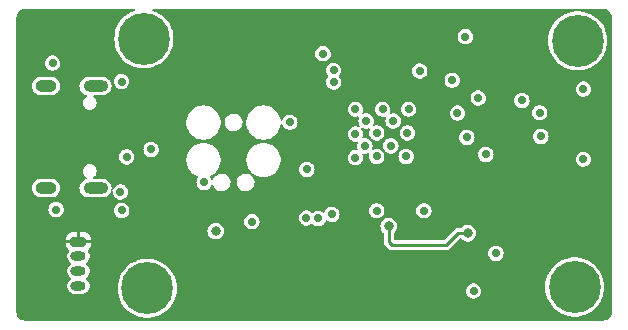
<source format=gbr>
%TF.GenerationSoftware,KiCad,Pcbnew,7.0.8*%
%TF.CreationDate,2024-01-29T14:11:28+05:30*%
%TF.ProjectId,stm32_ble,73746d33-325f-4626-9c65-2e6b69636164,Version : 1*%
%TF.SameCoordinates,PX6eac850PY632ea00*%
%TF.FileFunction,Copper,L4,Bot*%
%TF.FilePolarity,Positive*%
%FSLAX46Y46*%
G04 Gerber Fmt 4.6, Leading zero omitted, Abs format (unit mm)*
G04 Created by KiCad (PCBNEW 7.0.8) date 2024-01-29 14:11:28*
%MOMM*%
%LPD*%
G01*
G04 APERTURE LIST*
G04 Aperture macros list*
%AMRoundRect*
0 Rectangle with rounded corners*
0 $1 Rounding radius*
0 $2 $3 $4 $5 $6 $7 $8 $9 X,Y pos of 4 corners*
0 Add a 4 corners polygon primitive as box body*
4,1,4,$2,$3,$4,$5,$6,$7,$8,$9,$2,$3,0*
0 Add four circle primitives for the rounded corners*
1,1,$1+$1,$2,$3*
1,1,$1+$1,$4,$5*
1,1,$1+$1,$6,$7*
1,1,$1+$1,$8,$9*
0 Add four rect primitives between the rounded corners*
20,1,$1+$1,$2,$3,$4,$5,0*
20,1,$1+$1,$4,$5,$6,$7,0*
20,1,$1+$1,$6,$7,$8,$9,0*
20,1,$1+$1,$8,$9,$2,$3,0*%
G04 Aperture macros list end*
%TA.AperFunction,ComponentPad*%
%ADD10O,2.100000X1.000000*%
%TD*%
%TA.AperFunction,ComponentPad*%
%ADD11O,1.800000X1.000000*%
%TD*%
%TA.AperFunction,ComponentPad*%
%ADD12C,0.700000*%
%TD*%
%TA.AperFunction,ComponentPad*%
%ADD13C,4.400000*%
%TD*%
%TA.AperFunction,ComponentPad*%
%ADD14RoundRect,0.200000X-0.450000X0.200000X-0.450000X-0.200000X0.450000X-0.200000X0.450000X0.200000X0*%
%TD*%
%TA.AperFunction,ComponentPad*%
%ADD15O,1.300000X0.800000*%
%TD*%
%TA.AperFunction,ViaPad*%
%ADD16C,0.700000*%
%TD*%
%TA.AperFunction,ViaPad*%
%ADD17C,0.800000*%
%TD*%
%TA.AperFunction,Conductor*%
%ADD18C,0.250000*%
%TD*%
G04 APERTURE END LIST*
D10*
%TO.P,J3,S1,SHIELD*%
%TO.N,GND*%
X6815000Y20500000D03*
D11*
X2635000Y20500000D03*
D10*
X6815000Y11860000D03*
D11*
X2635000Y11860000D03*
%TD*%
D12*
%TO.P,H1,1,1*%
%TO.N,GND*%
X9260000Y24500000D03*
X9743274Y25666726D03*
X9743274Y23333274D03*
X10910000Y26150000D03*
D13*
X10910000Y24500000D03*
D12*
X10910000Y22850000D03*
X12076726Y25666726D03*
X12076726Y23333274D03*
X12560000Y24500000D03*
%TD*%
%TO.P,H2,1,1*%
%TO.N,GND*%
X9550000Y3370000D03*
X10033274Y4536726D03*
X10033274Y2203274D03*
X11200000Y5020000D03*
D13*
X11200000Y3370000D03*
D12*
X11200000Y1720000D03*
X12366726Y4536726D03*
X12366726Y2203274D03*
X12850000Y3370000D03*
%TD*%
%TO.P,H4,1,1*%
%TO.N,GND*%
X45743274Y3476726D03*
X46226548Y4643452D03*
X46226548Y2310000D03*
X47393274Y5126726D03*
D13*
X47393274Y3476726D03*
D12*
X47393274Y1826726D03*
X48560000Y4643452D03*
X48560000Y2310000D03*
X49043274Y3476726D03*
%TD*%
%TO.P,H3,1,1*%
%TO.N,GND*%
X45980000Y24330000D03*
X46463274Y25496726D03*
X46463274Y23163274D03*
X47630000Y25980000D03*
D13*
X47630000Y24330000D03*
D12*
X47630000Y22680000D03*
X48796726Y25496726D03*
X48796726Y23163274D03*
X49280000Y24330000D03*
%TD*%
D14*
%TO.P,J4,1,Pin_1*%
%TO.N,+3.3V*%
X5370000Y7330000D03*
D15*
%TO.P,J4,2,Pin_2*%
%TO.N,/UART_TX*%
X5370000Y6080000D03*
%TO.P,J4,3,Pin_3*%
%TO.N,/UART_RX*%
X5370000Y4830000D03*
%TO.P,J4,4,Pin_4*%
%TO.N,GND*%
X5370000Y3580000D03*
%TD*%
D16*
%TO.N,+3.3V*%
X28920000Y24530000D03*
X18420000Y19730000D03*
X25110000Y18430000D03*
X33540000Y8460000D03*
X23420000Y12000000D03*
X37715000Y19300000D03*
X26320000Y4030000D03*
X13990000Y9080000D03*
X14040000Y8210000D03*
X36820000Y16630000D03*
%TO.N,GND*%
X32020000Y17530000D03*
X23265000Y17430000D03*
X26975000Y21830000D03*
X26975000Y20830000D03*
X16020000Y12330000D03*
X31820000Y15430000D03*
X38120000Y24675000D03*
X24720000Y13430000D03*
X28820000Y16430000D03*
X30620000Y9930000D03*
X24670000Y9330000D03*
X48123701Y14299029D03*
X26075000Y23230000D03*
X20060000Y9010000D03*
X28820000Y14430000D03*
X37460000Y18200000D03*
X44520000Y16230000D03*
X42920000Y19275000D03*
X48120000Y20230000D03*
X44420000Y18230000D03*
X9450000Y14500000D03*
X40720000Y6330000D03*
X25670000Y9290000D03*
X34265000Y21765000D03*
X9030000Y9960000D03*
X8920000Y11530000D03*
X30620000Y16530000D03*
X33320000Y18530000D03*
X39860000Y14705000D03*
X39220000Y19475000D03*
X11520000Y15130000D03*
X26820000Y9630000D03*
X33120000Y14530000D03*
X3475000Y10030000D03*
X33220000Y16530000D03*
X29620000Y15430000D03*
X38250000Y16150000D03*
X38820000Y3130000D03*
D17*
X16985000Y8210000D03*
D16*
X3175000Y22430000D03*
X28820000Y18530000D03*
X31120000Y18530000D03*
X34620000Y9930000D03*
X9020000Y20875000D03*
X30620000Y14530000D03*
X37020000Y20985000D03*
X29720000Y17530000D03*
D17*
%TO.N,/BOOT0*%
X31630000Y8630000D03*
X38320000Y8030000D03*
%TD*%
D18*
%TO.N,/BOOT0*%
X37480000Y8030000D02*
X38320000Y8030000D01*
X36450000Y7000000D02*
X37480000Y8030000D01*
X31950000Y7000000D02*
X36450000Y7000000D01*
X31630000Y8630000D02*
X31630000Y7320000D01*
X31630000Y7320000D02*
X31950000Y7000000D01*
%TD*%
%TA.AperFunction,Conductor*%
%TO.N,+3.3V*%
G36*
X10168854Y27012187D02*
G01*
X10194164Y26968350D01*
X10185374Y26918500D01*
X10146597Y26885963D01*
X10139692Y26883825D01*
X10135778Y26882821D01*
X10135760Y26882815D01*
X9843240Y26766997D01*
X9843233Y26766994D01*
X9567510Y26615413D01*
X9312971Y26430479D01*
X9083606Y26215091D01*
X8883052Y25972663D01*
X8714463Y25707009D01*
X8580494Y25422309D01*
X8580492Y25422305D01*
X8483272Y25123093D01*
X8483268Y25123077D01*
X8424314Y24814029D01*
X8424311Y24814006D01*
X8404556Y24500001D01*
X8404556Y24500000D01*
X8424311Y24185995D01*
X8424314Y24185972D01*
X8483268Y23876924D01*
X8483272Y23876908D01*
X8580492Y23577696D01*
X8580494Y23577692D01*
X8714463Y23292992D01*
X8883052Y23027338D01*
X9083606Y22784910D01*
X9083609Y22784908D01*
X9083610Y22784906D01*
X9312970Y22569522D01*
X9435499Y22480500D01*
X9546955Y22399522D01*
X9567516Y22384584D01*
X9843234Y22233006D01*
X9889753Y22214588D01*
X10135760Y22117186D01*
X10135772Y22117183D01*
X10135775Y22117181D01*
X10135778Y22117181D01*
X10135782Y22117179D01*
X10201085Y22100413D01*
X10440527Y22038934D01*
X10752682Y21999500D01*
X10752683Y21999500D01*
X11067317Y21999500D01*
X11067318Y21999500D01*
X11379473Y22038934D01*
X11684225Y22117181D01*
X11684232Y22117184D01*
X11684239Y22117186D01*
X11805073Y22165029D01*
X11976766Y22233006D01*
X12252484Y22384584D01*
X12507030Y22569522D01*
X12736390Y22784906D01*
X12936947Y23027337D01*
X13065559Y23229997D01*
X25419722Y23229997D01*
X25438761Y23073192D01*
X25438764Y23073178D01*
X25494778Y22925479D01*
X25541813Y22857337D01*
X25584517Y22795470D01*
X25702760Y22690717D01*
X25842635Y22617304D01*
X25996015Y22579500D01*
X25996019Y22579500D01*
X26153981Y22579500D01*
X26153985Y22579500D01*
X26307365Y22617304D01*
X26447240Y22690717D01*
X26565483Y22795470D01*
X26655220Y22925477D01*
X26711237Y23073182D01*
X26730278Y23230000D01*
X26722629Y23292992D01*
X26711238Y23386809D01*
X26711237Y23386818D01*
X26703213Y23407975D01*
X26655221Y23534522D01*
X26565483Y23664530D01*
X26447240Y23769283D01*
X26435139Y23775634D01*
X26307366Y23842696D01*
X26153987Y23880500D01*
X26153985Y23880500D01*
X25996015Y23880500D01*
X25996012Y23880500D01*
X25842633Y23842696D01*
X25702761Y23769284D01*
X25584516Y23664530D01*
X25494779Y23534522D01*
X25494778Y23534522D01*
X25438764Y23386823D01*
X25438761Y23386809D01*
X25419722Y23230004D01*
X25419722Y23229997D01*
X13065559Y23229997D01*
X13105537Y23292993D01*
X13239503Y23577685D01*
X13281491Y23706908D01*
X13336727Y23876908D01*
X13336727Y23876911D01*
X13336731Y23876921D01*
X13395688Y24185985D01*
X13415444Y24500000D01*
X13404434Y24674997D01*
X37464722Y24674997D01*
X37483761Y24518192D01*
X37483764Y24518178D01*
X37539778Y24370479D01*
X37567718Y24330001D01*
X37629517Y24240470D01*
X37747760Y24135717D01*
X37887635Y24062304D01*
X38041015Y24024500D01*
X38041019Y24024500D01*
X38198981Y24024500D01*
X38198985Y24024500D01*
X38352365Y24062304D01*
X38492240Y24135717D01*
X38610483Y24240470D01*
X38672281Y24330000D01*
X45124556Y24330000D01*
X45144311Y24015995D01*
X45144314Y24015972D01*
X45203268Y23706924D01*
X45203272Y23706908D01*
X45300492Y23407696D01*
X45300494Y23407692D01*
X45300496Y23407688D01*
X45300497Y23407685D01*
X45310321Y23386809D01*
X45434463Y23122992D01*
X45603052Y22857338D01*
X45803606Y22614910D01*
X45803609Y22614908D01*
X45803610Y22614906D01*
X46032970Y22399522D01*
X46287516Y22214584D01*
X46563234Y22063006D01*
X46624033Y22038934D01*
X46855760Y21947186D01*
X46855772Y21947183D01*
X46855775Y21947181D01*
X46855778Y21947181D01*
X46855782Y21947179D01*
X46921085Y21930413D01*
X47160527Y21868934D01*
X47472682Y21829500D01*
X47472683Y21829500D01*
X47787317Y21829500D01*
X47787318Y21829500D01*
X48099473Y21868934D01*
X48404225Y21947181D01*
X48404232Y21947184D01*
X48404239Y21947186D01*
X48536370Y21999501D01*
X48696766Y22063006D01*
X48972484Y22214584D01*
X49227030Y22399522D01*
X49456390Y22614906D01*
X49656947Y22857337D01*
X49825537Y23122993D01*
X49959503Y23407685D01*
X50000716Y23534523D01*
X50056727Y23706908D01*
X50056727Y23706911D01*
X50056731Y23706921D01*
X50115688Y24015985D01*
X50135444Y24330000D01*
X50115688Y24644015D01*
X50056731Y24953079D01*
X50056728Y24953086D01*
X50056727Y24953093D01*
X49959507Y25252305D01*
X49959505Y25252309D01*
X49959504Y25252310D01*
X49959503Y25252315D01*
X49825537Y25537007D01*
X49656947Y25802663D01*
X49456393Y26045091D01*
X49456390Y26045094D01*
X49227030Y26260478D01*
X49093017Y26357844D01*
X48972489Y26445413D01*
X48947385Y26459214D01*
X48696766Y26596994D01*
X48696759Y26596997D01*
X48404239Y26712815D01*
X48404217Y26712822D01*
X48099473Y26791066D01*
X48099462Y26791068D01*
X47787325Y26830500D01*
X47787318Y26830500D01*
X47472682Y26830500D01*
X47472674Y26830500D01*
X47160537Y26791068D01*
X47160526Y26791066D01*
X46855782Y26712822D01*
X46855760Y26712815D01*
X46563240Y26596997D01*
X46563233Y26596994D01*
X46287510Y26445413D01*
X46032971Y26260479D01*
X45803606Y26045091D01*
X45603052Y25802663D01*
X45434463Y25537009D01*
X45300494Y25252309D01*
X45300492Y25252305D01*
X45203272Y24953093D01*
X45203268Y24953077D01*
X45144314Y24644029D01*
X45144311Y24644006D01*
X45124556Y24330001D01*
X45124556Y24330000D01*
X38672281Y24330000D01*
X38700220Y24370477D01*
X38756237Y24518182D01*
X38771516Y24644015D01*
X38775278Y24674997D01*
X38775278Y24675004D01*
X38756238Y24831809D01*
X38756237Y24831818D01*
X38710244Y24953093D01*
X38700221Y24979522D01*
X38610483Y25109530D01*
X38595173Y25123093D01*
X38492240Y25214283D01*
X38480139Y25220634D01*
X38352366Y25287696D01*
X38198987Y25325500D01*
X38198985Y25325500D01*
X38041015Y25325500D01*
X38041012Y25325500D01*
X37887633Y25287696D01*
X37747761Y25214284D01*
X37629516Y25109530D01*
X37539779Y24979522D01*
X37539778Y24979522D01*
X37483764Y24831823D01*
X37483761Y24831809D01*
X37464722Y24675004D01*
X37464722Y24674997D01*
X13404434Y24674997D01*
X13395688Y24814015D01*
X13336731Y25123079D01*
X13336728Y25123086D01*
X13336727Y25123093D01*
X13239507Y25422305D01*
X13239505Y25422309D01*
X13239504Y25422310D01*
X13239503Y25422315D01*
X13105537Y25707007D01*
X12936947Y25972663D01*
X12877027Y26045094D01*
X12736393Y26215091D01*
X12688060Y26260479D01*
X12507030Y26430478D01*
X12400812Y26507650D01*
X12252489Y26615413D01*
X12217708Y26634534D01*
X11976766Y26766994D01*
X11976759Y26766997D01*
X11684239Y26882815D01*
X11684221Y26882821D01*
X11680308Y26883825D01*
X11638542Y26912424D01*
X11624930Y26961178D01*
X11645842Y27007276D01*
X11691492Y27029147D01*
X11698712Y27029500D01*
X30763827Y27029500D01*
X49772405Y27029500D01*
X49818178Y27029500D01*
X49821806Y27029322D01*
X49845514Y27026987D01*
X49949217Y27016773D01*
X49963435Y27013945D01*
X50080717Y26978369D01*
X50094112Y26972820D01*
X50202193Y26915049D01*
X50214254Y26906990D01*
X50308986Y26829245D01*
X50319244Y26818987D01*
X50396989Y26724255D01*
X50405048Y26712194D01*
X50462817Y26604117D01*
X50468369Y26590714D01*
X50503943Y26473441D01*
X50506773Y26459214D01*
X50519322Y26331808D01*
X50519500Y26328179D01*
X50519500Y1331822D01*
X50519322Y1328193D01*
X50506773Y1200787D01*
X50503943Y1186560D01*
X50468369Y1069287D01*
X50462817Y1055884D01*
X50405048Y947807D01*
X50396989Y935746D01*
X50319244Y841014D01*
X50308986Y830756D01*
X50214254Y753011D01*
X50202193Y744952D01*
X50094116Y687183D01*
X50080713Y681631D01*
X49963440Y646057D01*
X49949213Y643227D01*
X49821807Y630678D01*
X49818178Y630500D01*
X821822Y630500D01*
X818193Y630678D01*
X690786Y643227D01*
X676559Y646057D01*
X559286Y681631D01*
X545883Y687183D01*
X437806Y744952D01*
X425745Y753011D01*
X331013Y830756D01*
X320755Y841014D01*
X243010Y935746D01*
X234951Y947807D01*
X198683Y1015659D01*
X177180Y1055888D01*
X171630Y1069287D01*
X136055Y1186565D01*
X133227Y1200783D01*
X120678Y1328194D01*
X120500Y1331822D01*
X120500Y7455000D01*
X4320000Y7455000D01*
X5152850Y7455000D01*
X5134505Y7427545D01*
X5115102Y7330000D01*
X5134505Y7232455D01*
X5152850Y7205000D01*
X4320001Y7205000D01*
X4320001Y7090679D01*
X4335443Y6973372D01*
X4335444Y6973368D01*
X4395900Y6827413D01*
X4492075Y6702076D01*
X4573842Y6639333D01*
X4601039Y6596641D01*
X4594432Y6546455D01*
X4584184Y6531555D01*
X4539265Y6480851D01*
X4460209Y6330223D01*
X4419500Y6165059D01*
X4419500Y5994942D01*
X4452872Y5859545D01*
X4460210Y5829775D01*
X4539266Y5679148D01*
X4539267Y5679147D01*
X4539269Y5679144D01*
X4652071Y5551817D01*
X4704104Y5515901D01*
X4733415Y5474632D01*
X4729342Y5424177D01*
X4704104Y5394099D01*
X4652071Y5358184D01*
X4539269Y5230857D01*
X4539267Y5230854D01*
X4539266Y5230852D01*
X4462766Y5085094D01*
X4460209Y5080223D01*
X4419500Y4915059D01*
X4419500Y4915056D01*
X4419500Y4744944D01*
X4460210Y4579775D01*
X4461662Y4577009D01*
X4539267Y4429147D01*
X4539269Y4429144D01*
X4652071Y4301817D01*
X4704104Y4265901D01*
X4733415Y4224632D01*
X4729342Y4174177D01*
X4704104Y4144099D01*
X4652071Y4108184D01*
X4539269Y3980857D01*
X4539267Y3980854D01*
X4460209Y3830223D01*
X4419500Y3665059D01*
X4419500Y3494942D01*
X4460209Y3329778D01*
X4460210Y3329775D01*
X4482756Y3286818D01*
X4539267Y3179147D01*
X4539269Y3179144D01*
X4648370Y3055995D01*
X4652071Y3051817D01*
X4792070Y2955182D01*
X4951128Y2894860D01*
X5077628Y2879500D01*
X5662372Y2879500D01*
X5788872Y2894860D01*
X5947930Y2955182D01*
X6087929Y3051817D01*
X6200734Y3179148D01*
X6279790Y3329775D01*
X6289704Y3370000D01*
X8694556Y3370000D01*
X8714311Y3055995D01*
X8714314Y3055972D01*
X8773268Y2746924D01*
X8773272Y2746908D01*
X8870492Y2447696D01*
X8870494Y2447692D01*
X9004463Y2162992D01*
X9173052Y1897338D01*
X9373606Y1654910D01*
X9373609Y1654908D01*
X9373610Y1654906D01*
X9602970Y1439522D01*
X9857516Y1254584D01*
X10133234Y1103006D01*
X10156221Y1093905D01*
X10425760Y987186D01*
X10425772Y987183D01*
X10425775Y987181D01*
X10425778Y987181D01*
X10425782Y987179D01*
X10468438Y976227D01*
X10730527Y908934D01*
X11042682Y869500D01*
X11042683Y869500D01*
X11357317Y869500D01*
X11357318Y869500D01*
X11669473Y908934D01*
X11974225Y987181D01*
X11974232Y987184D01*
X11974239Y987186D01*
X12147749Y1055884D01*
X12266766Y1103006D01*
X12542484Y1254584D01*
X12797030Y1439522D01*
X13026390Y1654906D01*
X13226947Y1897337D01*
X13395537Y2162993D01*
X13529503Y2447685D01*
X13539841Y2479500D01*
X13626727Y2746908D01*
X13626727Y2746911D01*
X13626731Y2746921D01*
X13685688Y3055985D01*
X13690344Y3129997D01*
X38164722Y3129997D01*
X38183761Y2973192D01*
X38183764Y2973178D01*
X38239778Y2825479D01*
X38294001Y2746924D01*
X38329517Y2695470D01*
X38447760Y2590717D01*
X38587635Y2517304D01*
X38741015Y2479500D01*
X38741019Y2479500D01*
X38898981Y2479500D01*
X38898985Y2479500D01*
X39052365Y2517304D01*
X39192240Y2590717D01*
X39310483Y2695470D01*
X39400220Y2825477D01*
X39410904Y2853647D01*
X39426533Y2894860D01*
X39456237Y2973182D01*
X39465785Y3051817D01*
X39475278Y3129997D01*
X39475278Y3130004D01*
X39456238Y3286809D01*
X39456237Y3286818D01*
X39439946Y3329775D01*
X39400221Y3434522D01*
X39371090Y3476726D01*
X44887830Y3476726D01*
X44907585Y3162721D01*
X44907588Y3162698D01*
X44966542Y2853650D01*
X44966546Y2853634D01*
X45063766Y2554422D01*
X45063768Y2554418D01*
X45063770Y2554414D01*
X45063771Y2554411D01*
X45113987Y2447696D01*
X45197737Y2269718D01*
X45366326Y2004064D01*
X45566880Y1761636D01*
X45566883Y1761634D01*
X45566884Y1761632D01*
X45796244Y1546248D01*
X45943140Y1439522D01*
X46028375Y1377595D01*
X46050790Y1361310D01*
X46326508Y1209732D01*
X46349101Y1200787D01*
X46619034Y1093912D01*
X46619046Y1093909D01*
X46619049Y1093907D01*
X46619052Y1093907D01*
X46619056Y1093905D01*
X46684359Y1077139D01*
X46923801Y1015660D01*
X47235956Y976226D01*
X47235957Y976226D01*
X47550591Y976226D01*
X47550592Y976226D01*
X47862747Y1015660D01*
X48167499Y1093907D01*
X48167506Y1093910D01*
X48167513Y1093912D01*
X48288347Y1141755D01*
X48460040Y1209732D01*
X48735758Y1361310D01*
X48990304Y1546248D01*
X49219664Y1761632D01*
X49420221Y2004063D01*
X49588811Y2269719D01*
X49722777Y2554411D01*
X49768611Y2695471D01*
X49820001Y2853634D01*
X49820001Y2853637D01*
X49820005Y2853647D01*
X49878962Y3162711D01*
X49898718Y3476726D01*
X49878962Y3790741D01*
X49820005Y4099805D01*
X49820002Y4099812D01*
X49820001Y4099819D01*
X49722781Y4399031D01*
X49722779Y4399035D01*
X49722778Y4399036D01*
X49722777Y4399041D01*
X49588811Y4683733D01*
X49549965Y4744944D01*
X49420221Y4949389D01*
X49219667Y5191817D01*
X49103954Y5300479D01*
X48990304Y5407204D01*
X48791261Y5551817D01*
X48735763Y5592139D01*
X48460040Y5743720D01*
X48460033Y5743723D01*
X48167513Y5859541D01*
X48167491Y5859548D01*
X47862747Y5937792D01*
X47862736Y5937794D01*
X47550599Y5977226D01*
X47550592Y5977226D01*
X47235956Y5977226D01*
X47235948Y5977226D01*
X46923811Y5937794D01*
X46923800Y5937792D01*
X46619056Y5859548D01*
X46619034Y5859541D01*
X46326514Y5743723D01*
X46326507Y5743720D01*
X46050784Y5592139D01*
X45796245Y5407205D01*
X45566880Y5191817D01*
X45366326Y4949389D01*
X45197737Y4683735D01*
X45063768Y4399035D01*
X45063766Y4399031D01*
X44966546Y4099819D01*
X44966542Y4099803D01*
X44907588Y3790755D01*
X44907585Y3790732D01*
X44887830Y3476727D01*
X44887830Y3476726D01*
X39371090Y3476726D01*
X39310483Y3564530D01*
X39192240Y3669283D01*
X39164144Y3684029D01*
X39052366Y3742696D01*
X38898987Y3780500D01*
X38898985Y3780500D01*
X38741015Y3780500D01*
X38741012Y3780500D01*
X38587633Y3742696D01*
X38447761Y3669284D01*
X38329516Y3564530D01*
X38239779Y3434522D01*
X38239778Y3434522D01*
X38183764Y3286823D01*
X38183761Y3286809D01*
X38164722Y3130004D01*
X38164722Y3129997D01*
X13690344Y3129997D01*
X13705444Y3370000D01*
X13685688Y3684015D01*
X13626731Y3993079D01*
X13626728Y3993086D01*
X13626727Y3993093D01*
X13529507Y4292305D01*
X13529505Y4292309D01*
X13529504Y4292310D01*
X13529503Y4292315D01*
X13395537Y4577007D01*
X13393780Y4579775D01*
X13226947Y4842663D01*
X13026393Y5085091D01*
X13026390Y5085094D01*
X12797030Y5300478D01*
X12690812Y5377650D01*
X12542489Y5485413D01*
X12541743Y5485823D01*
X12266766Y5636994D01*
X12266759Y5636997D01*
X11974239Y5752815D01*
X11974217Y5752822D01*
X11669473Y5831066D01*
X11669462Y5831068D01*
X11357325Y5870500D01*
X11357318Y5870500D01*
X11042682Y5870500D01*
X11042674Y5870500D01*
X10730537Y5831068D01*
X10730526Y5831066D01*
X10425782Y5752822D01*
X10425760Y5752815D01*
X10133240Y5636997D01*
X10133233Y5636994D01*
X9857510Y5485413D01*
X9602971Y5300479D01*
X9373606Y5085091D01*
X9173052Y4842663D01*
X9004463Y4577009D01*
X8870494Y4292309D01*
X8870492Y4292305D01*
X8773272Y3993093D01*
X8773268Y3993077D01*
X8714314Y3684029D01*
X8714311Y3684006D01*
X8694556Y3370001D01*
X8694556Y3370000D01*
X6289704Y3370000D01*
X6320500Y3494944D01*
X6320500Y3665056D01*
X6279790Y3830225D01*
X6200734Y3980852D01*
X6189889Y3993093D01*
X6166832Y4019119D01*
X6087929Y4108183D01*
X6035893Y4144101D01*
X6006584Y4185368D01*
X6010657Y4235823D01*
X6035893Y4265900D01*
X6087929Y4301817D01*
X6200734Y4429148D01*
X6279790Y4579775D01*
X6320500Y4744944D01*
X6320500Y4915056D01*
X6279790Y5080225D01*
X6200734Y5230852D01*
X6087929Y5358183D01*
X6035893Y5394101D01*
X6006584Y5435368D01*
X6010657Y5485823D01*
X6035893Y5515900D01*
X6087929Y5551817D01*
X6200734Y5679148D01*
X6279790Y5829775D01*
X6320500Y5994944D01*
X6320500Y6165056D01*
X6279846Y6329997D01*
X40064722Y6329997D01*
X40083761Y6173192D01*
X40083764Y6173178D01*
X40139778Y6025479D01*
X40173085Y5977226D01*
X40229517Y5895470D01*
X40347760Y5790717D01*
X40487635Y5717304D01*
X40641015Y5679500D01*
X40641019Y5679500D01*
X40798981Y5679500D01*
X40798985Y5679500D01*
X40952365Y5717304D01*
X41092240Y5790717D01*
X41210483Y5895470D01*
X41300220Y6025477D01*
X41356237Y6173182D01*
X41375278Y6330000D01*
X41356237Y6486818D01*
X41319693Y6583178D01*
X41300221Y6634522D01*
X41210483Y6764530D01*
X41192456Y6780500D01*
X41092240Y6869283D01*
X41080139Y6875634D01*
X40952366Y6942696D01*
X40798987Y6980500D01*
X40798985Y6980500D01*
X40641015Y6980500D01*
X40641012Y6980500D01*
X40487633Y6942696D01*
X40347761Y6869284D01*
X40229516Y6764530D01*
X40139779Y6634522D01*
X40139778Y6634522D01*
X40083764Y6486823D01*
X40083761Y6486809D01*
X40064722Y6330004D01*
X40064722Y6329997D01*
X6279846Y6329997D01*
X6279790Y6330225D01*
X6200734Y6480852D01*
X6155815Y6531555D01*
X6137233Y6578639D01*
X6153262Y6626653D01*
X6166158Y6639333D01*
X6247922Y6702074D01*
X6247923Y6702075D01*
X6344099Y6827413D01*
X6404556Y6973370D01*
X6420000Y7090679D01*
X6420000Y7205000D01*
X5587150Y7205000D01*
X5605495Y7232455D01*
X5624898Y7330000D01*
X5605495Y7427545D01*
X5587150Y7455000D01*
X6419999Y7455000D01*
X6419999Y7569322D01*
X6404556Y7686629D01*
X6404555Y7686633D01*
X6344099Y7832588D01*
X6247924Y7957925D01*
X6122587Y8054100D01*
X5976630Y8114557D01*
X5859321Y8130000D01*
X5495000Y8130000D01*
X5495000Y7547151D01*
X5467545Y7565495D01*
X5394624Y7580000D01*
X5345376Y7580000D01*
X5272455Y7565495D01*
X5245000Y7547151D01*
X5245000Y8130000D01*
X4880678Y8130000D01*
X4763371Y8114557D01*
X4763367Y8114556D01*
X4617412Y8054100D01*
X4492075Y7957925D01*
X4395900Y7832588D01*
X4335443Y7686631D01*
X4320000Y7569322D01*
X4320000Y7455000D01*
X120500Y7455000D01*
X120500Y8209997D01*
X16279355Y8209997D01*
X16299859Y8041129D01*
X16360181Y7882071D01*
X16374637Y7861129D01*
X16456817Y7742071D01*
X16584148Y7629266D01*
X16734775Y7550210D01*
X16899944Y7509500D01*
X16899948Y7509500D01*
X17070052Y7509500D01*
X17070056Y7509500D01*
X17235225Y7550210D01*
X17385852Y7629266D01*
X17513183Y7742071D01*
X17609818Y7882070D01*
X17670140Y8041128D01*
X17680931Y8130000D01*
X17690645Y8209997D01*
X17690645Y8210004D01*
X17670140Y8378872D01*
X17609818Y8537930D01*
X17513183Y8677929D01*
X17385856Y8790731D01*
X17385853Y8790733D01*
X17385852Y8790734D01*
X17235225Y8869790D01*
X17235222Y8869791D01*
X17070058Y8910500D01*
X17070056Y8910500D01*
X16899944Y8910500D01*
X16899941Y8910500D01*
X16734777Y8869791D01*
X16734775Y8869791D01*
X16734775Y8869790D01*
X16703131Y8853182D01*
X16584146Y8790733D01*
X16584143Y8790731D01*
X16456816Y8677929D01*
X16360181Y8537930D01*
X16299859Y8378872D01*
X16279355Y8210004D01*
X16279355Y8209997D01*
X120500Y8209997D01*
X120500Y9009997D01*
X19404722Y9009997D01*
X19423761Y8853192D01*
X19423764Y8853178D01*
X19479778Y8705479D01*
X19545178Y8610731D01*
X19569517Y8575470D01*
X19687760Y8470717D01*
X19815534Y8403655D01*
X19827564Y8397341D01*
X19827635Y8397304D01*
X19981015Y8359500D01*
X19981019Y8359500D01*
X20138981Y8359500D01*
X20138985Y8359500D01*
X20292365Y8397304D01*
X20432240Y8470717D01*
X20550483Y8575470D01*
X20588120Y8629997D01*
X30924355Y8629997D01*
X30944859Y8461129D01*
X31005181Y8302071D01*
X31101816Y8162072D01*
X31179571Y8093188D01*
X31203694Y8048687D01*
X31204500Y8037798D01*
X31204500Y7252607D01*
X31213177Y7225903D01*
X31215888Y7214611D01*
X31220280Y7186876D01*
X31233030Y7161854D01*
X31237474Y7151125D01*
X31246151Y7124418D01*
X31262655Y7101703D01*
X31268722Y7091804D01*
X31281472Y7066780D01*
X31305446Y7042806D01*
X31601472Y6746780D01*
X31696780Y6651472D01*
X31721806Y6638721D01*
X31731693Y6632662D01*
X31754419Y6616151D01*
X31754420Y6616151D01*
X31754421Y6616150D01*
X31781123Y6607474D01*
X31791853Y6603030D01*
X31803657Y6597016D01*
X31816874Y6590281D01*
X31844596Y6585891D01*
X31844603Y6585890D01*
X31855898Y6583179D01*
X31882607Y6574500D01*
X36517391Y6574500D01*
X36517393Y6574500D01*
X36544108Y6583182D01*
X36555374Y6585887D01*
X36583126Y6590281D01*
X36608156Y6603036D01*
X36618873Y6607474D01*
X36645581Y6616151D01*
X36668294Y6632654D01*
X36678199Y6638724D01*
X36682613Y6640974D01*
X36703220Y6651472D01*
X36798528Y6746780D01*
X37634574Y7582826D01*
X37680450Y7604218D01*
X37686900Y7604500D01*
X37723692Y7604500D01*
X37771258Y7587187D01*
X37784591Y7572539D01*
X37791817Y7562071D01*
X37851158Y7509500D01*
X37912675Y7455000D01*
X37919148Y7449266D01*
X38069775Y7370210D01*
X38234944Y7329500D01*
X38234948Y7329500D01*
X38405052Y7329500D01*
X38405056Y7329500D01*
X38570225Y7370210D01*
X38720852Y7449266D01*
X38848183Y7562071D01*
X38944818Y7702070D01*
X39005140Y7861128D01*
X39010266Y7903346D01*
X39025645Y8029997D01*
X39025645Y8030004D01*
X39005140Y8198872D01*
X38944818Y8357930D01*
X38848183Y8497929D01*
X38720856Y8610731D01*
X38720853Y8610733D01*
X38720852Y8610734D01*
X38570225Y8689790D01*
X38570222Y8689791D01*
X38405058Y8730500D01*
X38405056Y8730500D01*
X38234944Y8730500D01*
X38234941Y8730500D01*
X38069777Y8689791D01*
X37919146Y8610733D01*
X37919143Y8610731D01*
X37791817Y8497929D01*
X37784593Y8487463D01*
X37743324Y8458152D01*
X37723692Y8455500D01*
X37547393Y8455500D01*
X37412607Y8455500D01*
X37398165Y8450808D01*
X37385901Y8446823D01*
X37374613Y8444113D01*
X37346872Y8439719D01*
X37346870Y8439719D01*
X37321848Y8426969D01*
X37311124Y8422527D01*
X37284421Y8413850D01*
X37284415Y8413847D01*
X37261696Y8397341D01*
X37251799Y8391276D01*
X37226779Y8378528D01*
X36295426Y7447174D01*
X36249550Y7425782D01*
X36243100Y7425500D01*
X32156900Y7425500D01*
X32109334Y7442813D01*
X32104574Y7447174D01*
X32077174Y7474574D01*
X32055782Y7520450D01*
X32055500Y7526900D01*
X32055500Y8037798D01*
X32072813Y8085364D01*
X32080429Y8093188D01*
X32158183Y8162071D01*
X32254818Y8302070D01*
X32315140Y8461128D01*
X32329024Y8575471D01*
X32335645Y8629997D01*
X32335645Y8630004D01*
X32315140Y8798872D01*
X32254818Y8957930D01*
X32158183Y9097929D01*
X32030856Y9210731D01*
X32030853Y9210733D01*
X32030852Y9210734D01*
X31880225Y9289790D01*
X31880222Y9289791D01*
X31715058Y9330500D01*
X31715056Y9330500D01*
X31544944Y9330500D01*
X31544941Y9330500D01*
X31379777Y9289791D01*
X31229146Y9210733D01*
X31229143Y9210731D01*
X31101816Y9097929D01*
X31005181Y8957930D01*
X30944859Y8798872D01*
X30924355Y8630004D01*
X30924355Y8629997D01*
X20588120Y8629997D01*
X20640220Y8705477D01*
X20644706Y8717304D01*
X20672549Y8790721D01*
X20696237Y8853182D01*
X20711575Y8979501D01*
X20715278Y9009997D01*
X20715278Y9010004D01*
X20696238Y9166809D01*
X20696237Y9166818D01*
X20678027Y9214834D01*
X20640221Y9314522D01*
X20629539Y9329997D01*
X24014722Y9329997D01*
X24033761Y9173192D01*
X24033764Y9173178D01*
X24089778Y9025479D01*
X24179516Y8895471D01*
X24179517Y8895470D01*
X24297760Y8790717D01*
X24437635Y8717304D01*
X24591015Y8679500D01*
X24591019Y8679500D01*
X24748981Y8679500D01*
X24748985Y8679500D01*
X24902365Y8717304D01*
X25042240Y8790717D01*
X25098353Y8840430D01*
X25145437Y8859012D01*
X25193451Y8842983D01*
X25196494Y8840430D01*
X25297760Y8750717D01*
X25437635Y8677304D01*
X25591015Y8639500D01*
X25591019Y8639500D01*
X25748981Y8639500D01*
X25748985Y8639500D01*
X25902365Y8677304D01*
X26042240Y8750717D01*
X26160483Y8855470D01*
X26250220Y8985477D01*
X26291757Y9095003D01*
X26324811Y9133339D01*
X26374775Y9141459D01*
X26410018Y9124153D01*
X26447761Y9090716D01*
X26572059Y9025479D01*
X26587635Y9017304D01*
X26741015Y8979500D01*
X26741019Y8979500D01*
X26898981Y8979500D01*
X26898985Y8979500D01*
X27052365Y9017304D01*
X27192240Y9090717D01*
X27310483Y9195470D01*
X27400220Y9325477D01*
X27401936Y9330000D01*
X27435045Y9417304D01*
X27456237Y9473182D01*
X27465477Y9549284D01*
X27475278Y9629997D01*
X27475278Y9630004D01*
X27456238Y9786809D01*
X27456237Y9786818D01*
X27440132Y9829284D01*
X27401937Y9929997D01*
X29964722Y9929997D01*
X29983761Y9773192D01*
X29983764Y9773178D01*
X30039778Y9625479D01*
X30129516Y9495471D01*
X30129517Y9495470D01*
X30247760Y9390717D01*
X30387635Y9317304D01*
X30541015Y9279500D01*
X30541019Y9279500D01*
X30698981Y9279500D01*
X30698985Y9279500D01*
X30852365Y9317304D01*
X30992240Y9390717D01*
X31110483Y9495470D01*
X31200220Y9625477D01*
X31201936Y9630000D01*
X31238145Y9725477D01*
X31256237Y9773182D01*
X31275278Y9929997D01*
X33964722Y9929997D01*
X33983761Y9773192D01*
X33983764Y9773178D01*
X34039778Y9625479D01*
X34129516Y9495471D01*
X34129517Y9495470D01*
X34247760Y9390717D01*
X34387635Y9317304D01*
X34541015Y9279500D01*
X34541019Y9279500D01*
X34698981Y9279500D01*
X34698985Y9279500D01*
X34852365Y9317304D01*
X34992240Y9390717D01*
X35110483Y9495470D01*
X35200220Y9625477D01*
X35201936Y9630000D01*
X35238145Y9725477D01*
X35256237Y9773182D01*
X35275278Y9930000D01*
X35274003Y9940500D01*
X35256238Y10086809D01*
X35256237Y10086818D01*
X35244858Y10116823D01*
X35200221Y10234522D01*
X35110483Y10364530D01*
X34992240Y10469283D01*
X34935079Y10499284D01*
X34852366Y10542696D01*
X34698987Y10580500D01*
X34698985Y10580500D01*
X34541015Y10580500D01*
X34541012Y10580500D01*
X34387633Y10542696D01*
X34247761Y10469284D01*
X34129516Y10364530D01*
X34039779Y10234522D01*
X34039778Y10234522D01*
X33983764Y10086823D01*
X33983761Y10086809D01*
X33964722Y9930004D01*
X33964722Y9929997D01*
X31275278Y9929997D01*
X31275278Y9930000D01*
X31274003Y9940500D01*
X31256238Y10086809D01*
X31256237Y10086818D01*
X31244858Y10116823D01*
X31200221Y10234522D01*
X31110483Y10364530D01*
X30992240Y10469283D01*
X30935079Y10499284D01*
X30852366Y10542696D01*
X30698987Y10580500D01*
X30698985Y10580500D01*
X30541015Y10580500D01*
X30541012Y10580500D01*
X30387633Y10542696D01*
X30247761Y10469284D01*
X30129516Y10364530D01*
X30039779Y10234522D01*
X30039778Y10234522D01*
X29983764Y10086823D01*
X29983761Y10086809D01*
X29964722Y9930004D01*
X29964722Y9929997D01*
X27401937Y9929997D01*
X27400221Y9934522D01*
X27310483Y10064530D01*
X27285319Y10086823D01*
X27192240Y10169283D01*
X27180139Y10175634D01*
X27052366Y10242696D01*
X26898987Y10280500D01*
X26898985Y10280500D01*
X26741015Y10280500D01*
X26741012Y10280500D01*
X26587633Y10242696D01*
X26447761Y10169284D01*
X26329516Y10064530D01*
X26239779Y9934523D01*
X26198242Y9824997D01*
X26165187Y9786661D01*
X26115224Y9778541D01*
X26079981Y9795848D01*
X26042240Y9829283D01*
X26030139Y9835634D01*
X25902366Y9902696D01*
X25748987Y9940500D01*
X25748985Y9940500D01*
X25591015Y9940500D01*
X25591012Y9940500D01*
X25437633Y9902696D01*
X25297761Y9829284D01*
X25241645Y9779571D01*
X25194560Y9760989D01*
X25146546Y9777019D01*
X25143504Y9779572D01*
X25087390Y9829284D01*
X25042240Y9869283D01*
X24926561Y9929997D01*
X24902366Y9942696D01*
X24748987Y9980500D01*
X24748985Y9980500D01*
X24591015Y9980500D01*
X24591012Y9980500D01*
X24437633Y9942696D01*
X24297761Y9869284D01*
X24179516Y9764530D01*
X24089779Y9634522D01*
X24089778Y9634522D01*
X24033764Y9486823D01*
X24033761Y9486809D01*
X24014722Y9330004D01*
X24014722Y9329997D01*
X20629539Y9329997D01*
X20550483Y9444530D01*
X20432240Y9549283D01*
X20420139Y9555634D01*
X20292366Y9622696D01*
X20138987Y9660500D01*
X20138985Y9660500D01*
X19981015Y9660500D01*
X19981012Y9660500D01*
X19827633Y9622696D01*
X19687761Y9549284D01*
X19569516Y9444530D01*
X19479779Y9314522D01*
X19479778Y9314522D01*
X19423764Y9166823D01*
X19423761Y9166809D01*
X19404722Y9010004D01*
X19404722Y9009997D01*
X120500Y9009997D01*
X120500Y10029997D01*
X2819722Y10029997D01*
X2838761Y9873192D01*
X2838764Y9873178D01*
X2894778Y9725479D01*
X2965724Y9622696D01*
X2984517Y9595470D01*
X3102760Y9490717D01*
X3242635Y9417304D01*
X3396015Y9379500D01*
X3396019Y9379500D01*
X3553981Y9379500D01*
X3553985Y9379500D01*
X3707365Y9417304D01*
X3847240Y9490717D01*
X3965483Y9595470D01*
X4055220Y9725477D01*
X4111237Y9873182D01*
X4119411Y9940500D01*
X4121778Y9959997D01*
X8374722Y9959997D01*
X8393761Y9803192D01*
X8393764Y9803178D01*
X8449778Y9655479D01*
X8523079Y9549284D01*
X8539517Y9525470D01*
X8657760Y9420717D01*
X8797635Y9347304D01*
X8951015Y9309500D01*
X8951019Y9309500D01*
X9108981Y9309500D01*
X9108985Y9309500D01*
X9262365Y9347304D01*
X9402240Y9420717D01*
X9520483Y9525470D01*
X9610220Y9655477D01*
X9666237Y9803182D01*
X9674736Y9873178D01*
X9685278Y9959997D01*
X9685278Y9960004D01*
X9666238Y10116809D01*
X9666237Y10116818D01*
X9621598Y10234522D01*
X9610221Y10264522D01*
X9520483Y10394530D01*
X9436102Y10469284D01*
X9402240Y10499283D01*
X9390139Y10505634D01*
X9262366Y10572696D01*
X9108987Y10610500D01*
X9108985Y10610500D01*
X8951015Y10610500D01*
X8951012Y10610500D01*
X8797633Y10572696D01*
X8657761Y10499284D01*
X8539516Y10394530D01*
X8449779Y10264522D01*
X8449778Y10264522D01*
X8393764Y10116823D01*
X8393761Y10116809D01*
X8374722Y9960004D01*
X8374722Y9959997D01*
X4121778Y9959997D01*
X4130278Y10029997D01*
X4130278Y10030004D01*
X4111238Y10186809D01*
X4111237Y10186818D01*
X4081768Y10264522D01*
X4055221Y10334522D01*
X3965483Y10464530D01*
X3960117Y10469284D01*
X3847240Y10569283D01*
X3768709Y10610500D01*
X3707366Y10642696D01*
X3553987Y10680500D01*
X3553985Y10680500D01*
X3396015Y10680500D01*
X3396012Y10680500D01*
X3242633Y10642696D01*
X3102761Y10569284D01*
X2984516Y10464530D01*
X2894779Y10334522D01*
X2894778Y10334522D01*
X2838764Y10186823D01*
X2838761Y10186809D01*
X2819722Y10030004D01*
X2819722Y10029997D01*
X120500Y10029997D01*
X120500Y11860000D01*
X1429435Y11860000D01*
X1448111Y11694240D01*
X1449632Y11680746D01*
X1449634Y11680737D01*
X1509209Y11510480D01*
X1580547Y11396946D01*
X1605184Y11357738D01*
X1732738Y11230184D01*
X1828712Y11169880D01*
X1885479Y11134210D01*
X2055736Y11074635D01*
X2055745Y11074632D01*
X2190046Y11059500D01*
X2190050Y11059500D01*
X3079950Y11059500D01*
X3079954Y11059500D01*
X3214255Y11074632D01*
X3282481Y11098506D01*
X3384520Y11134210D01*
X3384522Y11134211D01*
X3537262Y11230184D01*
X3664816Y11357738D01*
X3760789Y11510478D01*
X3760791Y11510482D01*
X3820365Y11680737D01*
X3820368Y11680745D01*
X3840565Y11860000D01*
X5459435Y11860000D01*
X5478111Y11694240D01*
X5479632Y11680746D01*
X5479634Y11680737D01*
X5539209Y11510480D01*
X5610547Y11396946D01*
X5635184Y11357738D01*
X5762738Y11230184D01*
X5858712Y11169880D01*
X5915479Y11134210D01*
X6085736Y11074635D01*
X6085745Y11074632D01*
X6220046Y11059500D01*
X6220050Y11059500D01*
X7409950Y11059500D01*
X7409954Y11059500D01*
X7544255Y11074632D01*
X7612481Y11098506D01*
X7714520Y11134210D01*
X7714522Y11134211D01*
X7867262Y11230184D01*
X7994816Y11357738D01*
X8090789Y11510478D01*
X8127855Y11616406D01*
X8159906Y11655585D01*
X8209642Y11664996D01*
X8253792Y11640236D01*
X8271696Y11592889D01*
X8271162Y11583047D01*
X8264723Y11530004D01*
X8264722Y11529997D01*
X8283761Y11373192D01*
X8283764Y11373178D01*
X8339778Y11225479D01*
X8429516Y11095471D01*
X8429517Y11095470D01*
X8547760Y10990717D01*
X8687635Y10917304D01*
X8841015Y10879500D01*
X8841019Y10879500D01*
X8998981Y10879500D01*
X8998985Y10879500D01*
X9152365Y10917304D01*
X9292240Y10990717D01*
X9410483Y11095470D01*
X9500220Y11225477D01*
X9556237Y11373182D01*
X9575278Y11530000D01*
X9569911Y11574200D01*
X9558887Y11664996D01*
X9556237Y11686818D01*
X9544253Y11718418D01*
X9500221Y11834522D01*
X9410483Y11964530D01*
X9338154Y12028607D01*
X9292240Y12069283D01*
X9280139Y12075634D01*
X9152366Y12142696D01*
X8998987Y12180500D01*
X8998985Y12180500D01*
X8841015Y12180500D01*
X8841012Y12180500D01*
X8687633Y12142696D01*
X8547761Y12069284D01*
X8429516Y11964530D01*
X8339779Y11834523D01*
X8303544Y11738978D01*
X8270489Y11700642D01*
X8220526Y11692522D01*
X8177032Y11718418D01*
X8160360Y11766213D01*
X8160816Y11773477D01*
X8170565Y11860000D01*
X8150368Y12039255D01*
X8139861Y12069283D01*
X8090790Y12209521D01*
X8042889Y12285754D01*
X7994816Y12362262D01*
X7867262Y12489816D01*
X7814194Y12523161D01*
X7714520Y12585791D01*
X7544263Y12645366D01*
X7544256Y12645368D01*
X7544255Y12645368D01*
X7409954Y12660500D01*
X6674405Y12660500D01*
X6626839Y12677813D01*
X6601529Y12721650D01*
X6610319Y12771500D01*
X6629356Y12793208D01*
X6640690Y12801905D01*
X6732583Y12872417D01*
X6826433Y12994724D01*
X6885429Y13137154D01*
X6905552Y13290000D01*
X6885429Y13442846D01*
X6826433Y13585276D01*
X6732583Y13707583D01*
X6610276Y13801433D01*
X6610275Y13801434D01*
X6467845Y13860430D01*
X6380006Y13871994D01*
X6353373Y13875500D01*
X6276627Y13875500D01*
X6252769Y13872359D01*
X6162154Y13860430D01*
X6019724Y13801434D01*
X5897417Y13707583D01*
X5803566Y13585276D01*
X5744570Y13442846D01*
X5724448Y13290000D01*
X5744570Y13137155D01*
X5803566Y12994725D01*
X5803567Y12994724D01*
X5897417Y12872417D01*
X5950002Y12832067D01*
X6019722Y12778568D01*
X6019723Y12778568D01*
X6019724Y12778567D01*
X6045168Y12768028D01*
X6082488Y12733832D01*
X6089096Y12683646D01*
X6061900Y12640954D01*
X6041291Y12629814D01*
X5915479Y12585791D01*
X5762739Y12489817D01*
X5635183Y12362261D01*
X5539209Y12209521D01*
X5479634Y12039264D01*
X5479632Y12039255D01*
X5459435Y11860000D01*
X3840565Y11860000D01*
X3820368Y12039255D01*
X3809861Y12069283D01*
X3760790Y12209521D01*
X3712889Y12285754D01*
X3664816Y12362262D01*
X3537262Y12489816D01*
X3484194Y12523161D01*
X3384520Y12585791D01*
X3214263Y12645366D01*
X3214256Y12645368D01*
X3214255Y12645368D01*
X3079954Y12660500D01*
X2190046Y12660500D01*
X2055745Y12645368D01*
X2055736Y12645366D01*
X1885479Y12585791D01*
X1732739Y12489817D01*
X1605183Y12362261D01*
X1509209Y12209521D01*
X1449634Y12039264D01*
X1449632Y12039255D01*
X1429435Y11860000D01*
X120500Y11860000D01*
X120500Y14499997D01*
X8794722Y14499997D01*
X8813761Y14343192D01*
X8813764Y14343178D01*
X8869778Y14195479D01*
X8959516Y14065471D01*
X8959517Y14065470D01*
X9077760Y13960717D01*
X9217635Y13887304D01*
X9371015Y13849500D01*
X9371019Y13849500D01*
X9528981Y13849500D01*
X9528985Y13849500D01*
X9682365Y13887304D01*
X9822240Y13960717D01*
X9940483Y14065470D01*
X9974684Y14115019D01*
X14516050Y14115019D01*
X14536793Y13990717D01*
X14555351Y13879501D01*
X14555547Y13878331D01*
X14565445Y13849500D01*
X14633462Y13651371D01*
X14669231Y13585276D01*
X14747671Y13440332D01*
X14895058Y13250969D01*
X15071603Y13088448D01*
X15172046Y13022825D01*
X15272491Y12957201D01*
X15489758Y12861899D01*
X15526364Y12826938D01*
X15531932Y12776626D01*
X15520934Y12752095D01*
X15439779Y12634522D01*
X15439778Y12634522D01*
X15383764Y12486823D01*
X15383761Y12486809D01*
X15364722Y12330004D01*
X15364722Y12329997D01*
X15383761Y12173192D01*
X15383764Y12173178D01*
X15439778Y12025479D01*
X15529516Y11895471D01*
X15529517Y11895470D01*
X15647760Y11790717D01*
X15787635Y11717304D01*
X15941015Y11679500D01*
X15941019Y11679500D01*
X16098981Y11679500D01*
X16098985Y11679500D01*
X16252365Y11717304D01*
X16392240Y11790717D01*
X16510483Y11895470D01*
X16600220Y12025477D01*
X16627149Y12096485D01*
X16660203Y12134820D01*
X16710166Y12142941D01*
X16753660Y12117046D01*
X16764288Y12099554D01*
X16829001Y11949529D01*
X16829002Y11949528D01*
X16934509Y11807808D01*
X16934515Y11807803D01*
X17069849Y11694243D01*
X17069852Y11694242D01*
X17069854Y11694240D01*
X17227741Y11614946D01*
X17399660Y11574200D01*
X17532019Y11574200D01*
X17663486Y11589566D01*
X17829511Y11649995D01*
X17838011Y11655585D01*
X17853109Y11665516D01*
X17977126Y11747082D01*
X18098372Y11875595D01*
X18186712Y12028605D01*
X18237385Y12197863D01*
X18242504Y12285754D01*
X18760342Y12285754D01*
X18791023Y12111759D01*
X18861001Y11949529D01*
X18861002Y11949528D01*
X18966509Y11807808D01*
X18966515Y11807803D01*
X19101849Y11694243D01*
X19101852Y11694242D01*
X19101854Y11694240D01*
X19259741Y11614946D01*
X19431660Y11574200D01*
X19564019Y11574200D01*
X19695486Y11589566D01*
X19861511Y11649995D01*
X19870011Y11655585D01*
X19885109Y11665516D01*
X20009126Y11747082D01*
X20130372Y11875595D01*
X20218712Y12028605D01*
X20269385Y12197863D01*
X20279658Y12374245D01*
X20248977Y12548241D01*
X20178998Y12710472D01*
X20073491Y12852192D01*
X20071189Y12854124D01*
X19938150Y12965758D01*
X19780260Y13045054D01*
X19780256Y13045055D01*
X19608340Y13085800D01*
X19475981Y13085800D01*
X19344511Y13070434D01*
X19178487Y13010005D01*
X19178486Y13010005D01*
X19030874Y12912918D01*
X18909626Y12784403D01*
X18821288Y12631396D01*
X18821287Y12631394D01*
X18770615Y12462140D01*
X18770615Y12462137D01*
X18760342Y12285754D01*
X18242504Y12285754D01*
X18247658Y12374245D01*
X18216977Y12548241D01*
X18146998Y12710472D01*
X18041491Y12852192D01*
X18039189Y12854124D01*
X17906150Y12965758D01*
X17748260Y13045054D01*
X17748256Y13045055D01*
X17576340Y13085800D01*
X17443981Y13085800D01*
X17312511Y13070434D01*
X17146487Y13010005D01*
X17146486Y13010005D01*
X16998874Y12912918D01*
X16877626Y12784403D01*
X16789288Y12631396D01*
X16789287Y12631394D01*
X16769040Y12563763D01*
X16738812Y12523161D01*
X16689558Y12511487D01*
X16644323Y12534205D01*
X16628958Y12558747D01*
X16618702Y12585789D01*
X16600220Y12634523D01*
X16510483Y12764530D01*
X16506533Y12768029D01*
X16499623Y12774151D01*
X16475498Y12818651D01*
X16485621Y12868247D01*
X16518967Y12897309D01*
X16655508Y12957201D01*
X16655510Y12957202D01*
X16856397Y13088448D01*
X17032942Y13250969D01*
X17180329Y13440332D01*
X17294538Y13651372D01*
X17372453Y13878331D01*
X17411950Y14115019D01*
X19596050Y14115019D01*
X19616793Y13990717D01*
X19635351Y13879501D01*
X19635547Y13878331D01*
X19645445Y13849500D01*
X19713462Y13651371D01*
X19749231Y13585276D01*
X19827671Y13440332D01*
X19975058Y13250969D01*
X20151603Y13088448D01*
X20252046Y13022825D01*
X20352491Y12957201D01*
X20572231Y12860814D01*
X20572236Y12860813D01*
X20572240Y12860811D01*
X20804859Y12801904D01*
X20939490Y12790749D01*
X20984114Y12787050D01*
X20984118Y12787050D01*
X21103886Y12787050D01*
X21145895Y12790532D01*
X21283141Y12801904D01*
X21515760Y12860811D01*
X21515765Y12860814D01*
X21515768Y12860814D01*
X21735508Y12957201D01*
X21735510Y12957202D01*
X21936397Y13088448D01*
X22112942Y13250969D01*
X22252285Y13429997D01*
X24064722Y13429997D01*
X24083761Y13273192D01*
X24083764Y13273178D01*
X24139778Y13125479D01*
X24219484Y13010005D01*
X24229517Y12995470D01*
X24347760Y12890717D01*
X24459507Y12832067D01*
X24485068Y12818651D01*
X24487635Y12817304D01*
X24641015Y12779500D01*
X24641019Y12779500D01*
X24798981Y12779500D01*
X24798985Y12779500D01*
X24952365Y12817304D01*
X25092240Y12890717D01*
X25210483Y12995470D01*
X25300220Y13125477D01*
X25304649Y13137154D01*
X25347812Y13250968D01*
X25356237Y13273182D01*
X25375278Y13430000D01*
X25374023Y13440332D01*
X25356238Y13586809D01*
X25356237Y13586818D01*
X25332833Y13648530D01*
X25300221Y13734522D01*
X25210483Y13864530D01*
X25184775Y13887305D01*
X25092240Y13969283D01*
X25080139Y13975634D01*
X24952366Y14042696D01*
X24798987Y14080500D01*
X24798985Y14080500D01*
X24641015Y14080500D01*
X24641012Y14080500D01*
X24487633Y14042696D01*
X24347761Y13969284D01*
X24229516Y13864530D01*
X24139779Y13734522D01*
X24139778Y13734522D01*
X24083764Y13586823D01*
X24083761Y13586809D01*
X24064722Y13430004D01*
X24064722Y13429997D01*
X22252285Y13429997D01*
X22260329Y13440332D01*
X22374538Y13651372D01*
X22452453Y13878331D01*
X22491950Y14115019D01*
X22491950Y14354981D01*
X22479432Y14429997D01*
X28164722Y14429997D01*
X28183761Y14273192D01*
X28183764Y14273178D01*
X28239778Y14125479D01*
X28296919Y14042696D01*
X28329517Y13995470D01*
X28447760Y13890717D01*
X28587635Y13817304D01*
X28741015Y13779500D01*
X28741019Y13779500D01*
X28898981Y13779500D01*
X28898985Y13779500D01*
X29052365Y13817304D01*
X29192240Y13890717D01*
X29310483Y13995470D01*
X29400220Y14125477D01*
X29406567Y14142211D01*
X29438145Y14225477D01*
X29456237Y14273182D01*
X29464736Y14343178D01*
X29475278Y14429997D01*
X29475278Y14430004D01*
X29456238Y14586809D01*
X29456237Y14586818D01*
X29429688Y14656823D01*
X29416883Y14690587D01*
X29416203Y14741201D01*
X29448217Y14780411D01*
X29497945Y14789869D01*
X29503775Y14788679D01*
X29541015Y14779500D01*
X29541019Y14779500D01*
X29698981Y14779500D01*
X29698985Y14779500D01*
X29852365Y14817304D01*
X29905430Y14845156D01*
X29955592Y14851932D01*
X29998375Y14824878D01*
X30013759Y14776654D01*
X30009010Y14753392D01*
X29983763Y14686818D01*
X29983763Y14686816D01*
X29983761Y14686809D01*
X29964722Y14530004D01*
X29964722Y14529997D01*
X29983761Y14373192D01*
X29983764Y14373178D01*
X30039778Y14225479D01*
X30116023Y14115019D01*
X30129517Y14095470D01*
X30247760Y13990717D01*
X30387635Y13917304D01*
X30541015Y13879500D01*
X30541019Y13879500D01*
X30698981Y13879500D01*
X30698985Y13879500D01*
X30852365Y13917304D01*
X30992240Y13990717D01*
X31110483Y14095470D01*
X31200220Y14225477D01*
X31256237Y14373182D01*
X31269146Y14479500D01*
X31275278Y14529997D01*
X32464722Y14529997D01*
X32483761Y14373192D01*
X32483764Y14373178D01*
X32539778Y14225479D01*
X32616023Y14115019D01*
X32629517Y14095470D01*
X32747760Y13990717D01*
X32887635Y13917304D01*
X33041015Y13879500D01*
X33041019Y13879500D01*
X33198981Y13879500D01*
X33198985Y13879500D01*
X33352365Y13917304D01*
X33492240Y13990717D01*
X33610483Y14095470D01*
X33700220Y14225477D01*
X33756237Y14373182D01*
X33769146Y14479500D01*
X33775278Y14529997D01*
X33775278Y14530004D01*
X33756238Y14686809D01*
X33756237Y14686818D01*
X33749343Y14704997D01*
X39204722Y14704997D01*
X39223761Y14548192D01*
X39223764Y14548178D01*
X39279778Y14400479D01*
X39369516Y14270471D01*
X39369517Y14270470D01*
X39487760Y14165717D01*
X39627635Y14092304D01*
X39781015Y14054500D01*
X39781019Y14054500D01*
X39938981Y14054500D01*
X39938985Y14054500D01*
X40092365Y14092304D01*
X40232240Y14165717D01*
X40350483Y14270470D01*
X40370194Y14299026D01*
X47468423Y14299026D01*
X47487462Y14142221D01*
X47487465Y14142207D01*
X47543479Y13994508D01*
X47633217Y13864500D01*
X47633218Y13864499D01*
X47751461Y13759746D01*
X47891336Y13686333D01*
X48044716Y13648529D01*
X48044720Y13648529D01*
X48202682Y13648529D01*
X48202686Y13648529D01*
X48356066Y13686333D01*
X48495941Y13759746D01*
X48614184Y13864499D01*
X48703921Y13994506D01*
X48759938Y14142211D01*
X48770048Y14225477D01*
X48778979Y14299026D01*
X48778979Y14299033D01*
X48759939Y14455838D01*
X48759938Y14455847D01*
X48743193Y14500000D01*
X48703922Y14603551D01*
X48614184Y14733559D01*
X48565539Y14776654D01*
X48495941Y14838312D01*
X48451145Y14861823D01*
X48356067Y14911725D01*
X48202688Y14949529D01*
X48202686Y14949529D01*
X48044716Y14949529D01*
X48044713Y14949529D01*
X47891334Y14911725D01*
X47751462Y14838313D01*
X47633217Y14733559D01*
X47543480Y14603551D01*
X47543479Y14603551D01*
X47487465Y14455852D01*
X47487462Y14455838D01*
X47468423Y14299033D01*
X47468423Y14299026D01*
X40370194Y14299026D01*
X40440220Y14400477D01*
X40451416Y14429997D01*
X40477964Y14500000D01*
X40496237Y14548182D01*
X40509428Y14656823D01*
X40515278Y14704997D01*
X40515278Y14705004D01*
X40497437Y14851932D01*
X40496237Y14861818D01*
X40454004Y14973178D01*
X40440221Y15009522D01*
X40350483Y15139530D01*
X40338100Y15150500D01*
X40232240Y15244283D01*
X40177186Y15273178D01*
X40092366Y15317696D01*
X39938987Y15355500D01*
X39938985Y15355500D01*
X39781015Y15355500D01*
X39781012Y15355500D01*
X39627633Y15317696D01*
X39487761Y15244284D01*
X39369516Y15139530D01*
X39279779Y15009522D01*
X39279778Y15009522D01*
X39223764Y14861823D01*
X39223761Y14861809D01*
X39204722Y14705004D01*
X39204722Y14704997D01*
X33749343Y14704997D01*
X33722167Y14776654D01*
X33700221Y14834522D01*
X33610483Y14964530D01*
X33600717Y14973182D01*
X33492240Y15069283D01*
X33470868Y15080500D01*
X33352366Y15142696D01*
X33198987Y15180500D01*
X33198985Y15180500D01*
X33041015Y15180500D01*
X33041012Y15180500D01*
X32887633Y15142696D01*
X32747761Y15069284D01*
X32629516Y14964530D01*
X32539779Y14834522D01*
X32539778Y14834522D01*
X32483764Y14686823D01*
X32483761Y14686809D01*
X32464722Y14530004D01*
X32464722Y14529997D01*
X31275278Y14529997D01*
X31275278Y14530004D01*
X31256238Y14686809D01*
X31256237Y14686818D01*
X31222167Y14776654D01*
X31200221Y14834522D01*
X31110483Y14964530D01*
X31100717Y14973182D01*
X30992240Y15069283D01*
X30970868Y15080500D01*
X30852366Y15142696D01*
X30698987Y15180500D01*
X30698985Y15180500D01*
X30541015Y15180500D01*
X30541012Y15180500D01*
X30387635Y15142697D01*
X30334569Y15114845D01*
X30284406Y15108070D01*
X30241623Y15135124D01*
X30226240Y15183349D01*
X30230988Y15206607D01*
X30256237Y15273182D01*
X30266232Y15355500D01*
X30275278Y15429997D01*
X31164722Y15429997D01*
X31183761Y15273192D01*
X31183764Y15273178D01*
X31239778Y15125479D01*
X31322229Y15006028D01*
X31329517Y14995470D01*
X31447760Y14890717D01*
X31554829Y14834522D01*
X31585108Y14818630D01*
X31587635Y14817304D01*
X31741015Y14779500D01*
X31741019Y14779500D01*
X31898981Y14779500D01*
X31898985Y14779500D01*
X32052365Y14817304D01*
X32192240Y14890717D01*
X32310483Y14995470D01*
X32400220Y15125477D01*
X32401936Y15130000D01*
X32422168Y15183349D01*
X32456237Y15273182D01*
X32466232Y15355500D01*
X32475278Y15429997D01*
X32475278Y15430004D01*
X32458943Y15564530D01*
X32456237Y15586818D01*
X32444675Y15617305D01*
X32400221Y15734522D01*
X32310483Y15864530D01*
X32293584Y15879501D01*
X32192240Y15969283D01*
X32177718Y15976905D01*
X32052366Y16042696D01*
X31898987Y16080500D01*
X31898985Y16080500D01*
X31741015Y16080500D01*
X31741012Y16080500D01*
X31587633Y16042696D01*
X31447761Y15969284D01*
X31329516Y15864530D01*
X31239779Y15734522D01*
X31239778Y15734522D01*
X31183764Y15586823D01*
X31183761Y15586809D01*
X31164722Y15430004D01*
X31164722Y15429997D01*
X30275278Y15429997D01*
X30275278Y15430004D01*
X30258943Y15564530D01*
X30256237Y15586818D01*
X30244675Y15617305D01*
X30200221Y15734522D01*
X30110483Y15864530D01*
X30093584Y15879501D01*
X29992240Y15969283D01*
X29977718Y15976905D01*
X29852366Y16042696D01*
X29698987Y16080500D01*
X29698985Y16080500D01*
X29541015Y16080500D01*
X29541011Y16080500D01*
X29541010Y16080499D01*
X29503782Y16071324D01*
X29453454Y16076751D01*
X29418390Y16113259D01*
X29414996Y16163764D01*
X29416883Y16169415D01*
X29456237Y16273182D01*
X29470035Y16386818D01*
X29475278Y16429997D01*
X29475278Y16430004D01*
X29456238Y16586809D01*
X29456237Y16586818D01*
X29445420Y16615340D01*
X29400221Y16734522D01*
X29323278Y16845993D01*
X29310506Y16894974D01*
X29332206Y16940706D01*
X29378225Y16961790D01*
X29418569Y16953553D01*
X29487635Y16917304D01*
X29641015Y16879500D01*
X29641019Y16879500D01*
X29798981Y16879500D01*
X29798985Y16879500D01*
X29946529Y16915866D01*
X29996854Y16910439D01*
X30031919Y16873933D01*
X30035314Y16823428D01*
X30033428Y16817776D01*
X30015038Y16769284D01*
X29983763Y16686818D01*
X29983763Y16686816D01*
X29983761Y16686809D01*
X29964722Y16530004D01*
X29964722Y16529997D01*
X29983761Y16373192D01*
X29983764Y16373178D01*
X30039778Y16225479D01*
X30117238Y16113259D01*
X30129517Y16095470D01*
X30247760Y15990717D01*
X30387635Y15917304D01*
X30541015Y15879500D01*
X30541019Y15879500D01*
X30698981Y15879500D01*
X30698985Y15879500D01*
X30852365Y15917304D01*
X30992240Y15990717D01*
X31110483Y16095470D01*
X31200220Y16225477D01*
X31201936Y16230000D01*
X31231065Y16306809D01*
X31256237Y16373182D01*
X31275278Y16529997D01*
X32564722Y16529997D01*
X32583761Y16373192D01*
X32583764Y16373178D01*
X32639778Y16225479D01*
X32717238Y16113259D01*
X32729517Y16095470D01*
X32847760Y15990717D01*
X32987635Y15917304D01*
X33141015Y15879500D01*
X33141019Y15879500D01*
X33298981Y15879500D01*
X33298985Y15879500D01*
X33452365Y15917304D01*
X33592240Y15990717D01*
X33710483Y16095470D01*
X33748120Y16149997D01*
X37594722Y16149997D01*
X37613761Y15993192D01*
X37613764Y15993178D01*
X37669778Y15845479D01*
X37746366Y15734522D01*
X37759517Y15715470D01*
X37877760Y15610717D01*
X38017635Y15537304D01*
X38171015Y15499500D01*
X38171019Y15499500D01*
X38328981Y15499500D01*
X38328985Y15499500D01*
X38482365Y15537304D01*
X38622240Y15610717D01*
X38740483Y15715470D01*
X38830220Y15845477D01*
X38886237Y15993182D01*
X38900817Y16113259D01*
X38905278Y16149997D01*
X38905278Y16150004D01*
X38895565Y16229997D01*
X43864722Y16229997D01*
X43883761Y16073192D01*
X43883764Y16073178D01*
X43939778Y15925479D01*
X44014445Y15817305D01*
X44029517Y15795470D01*
X44147760Y15690717D01*
X44287635Y15617304D01*
X44441015Y15579500D01*
X44441019Y15579500D01*
X44598981Y15579500D01*
X44598985Y15579500D01*
X44752365Y15617304D01*
X44892240Y15690717D01*
X45010483Y15795470D01*
X45100220Y15925477D01*
X45156237Y16073182D01*
X45175278Y16230000D01*
X45170035Y16273178D01*
X45156238Y16386809D01*
X45156237Y16386818D01*
X45141389Y16425969D01*
X45100221Y16534522D01*
X45010483Y16664530D01*
X44931476Y16734523D01*
X44892240Y16769283D01*
X44872773Y16779500D01*
X44752366Y16842696D01*
X44598987Y16880500D01*
X44598985Y16880500D01*
X44441015Y16880500D01*
X44441012Y16880500D01*
X44287633Y16842696D01*
X44147761Y16769284D01*
X44029516Y16664530D01*
X43939779Y16534522D01*
X43939778Y16534522D01*
X43883764Y16386823D01*
X43883761Y16386809D01*
X43864722Y16230004D01*
X43864722Y16229997D01*
X38895565Y16229997D01*
X38886238Y16306809D01*
X38886237Y16306818D01*
X38861065Y16373192D01*
X38830221Y16454522D01*
X38740483Y16584530D01*
X38622240Y16689283D01*
X38544669Y16729996D01*
X38482366Y16762696D01*
X38328987Y16800500D01*
X38328985Y16800500D01*
X38171015Y16800500D01*
X38171012Y16800500D01*
X38017633Y16762696D01*
X37877761Y16689284D01*
X37759516Y16584530D01*
X37669779Y16454522D01*
X37669778Y16454522D01*
X37613764Y16306823D01*
X37613761Y16306809D01*
X37594722Y16150004D01*
X37594722Y16149997D01*
X33748120Y16149997D01*
X33800220Y16225477D01*
X33801936Y16230000D01*
X33831065Y16306809D01*
X33856237Y16373182D01*
X33875278Y16530000D01*
X33868378Y16586823D01*
X33856238Y16686809D01*
X33856237Y16686818D01*
X33838145Y16734523D01*
X33800221Y16834522D01*
X33710483Y16964530D01*
X33705117Y16969284D01*
X33592240Y17069283D01*
X33570868Y17080500D01*
X33452366Y17142696D01*
X33298987Y17180500D01*
X33298985Y17180500D01*
X33141015Y17180500D01*
X33141012Y17180500D01*
X32987633Y17142696D01*
X32847761Y17069284D01*
X32729516Y16964530D01*
X32639779Y16834522D01*
X32639778Y16834522D01*
X32583764Y16686823D01*
X32583761Y16686809D01*
X32564722Y16530004D01*
X32564722Y16529997D01*
X31275278Y16529997D01*
X31275278Y16530000D01*
X31268378Y16586823D01*
X31256238Y16686809D01*
X31256237Y16686818D01*
X31238145Y16734523D01*
X31200221Y16834522D01*
X31110483Y16964530D01*
X31105117Y16969284D01*
X30992240Y17069283D01*
X30970868Y17080500D01*
X30852366Y17142696D01*
X30698987Y17180500D01*
X30698985Y17180500D01*
X30541015Y17180500D01*
X30541012Y17180500D01*
X30393472Y17144135D01*
X30343145Y17149562D01*
X30308080Y17186069D01*
X30304685Y17236574D01*
X30306572Y17242225D01*
X30356235Y17373178D01*
X30356237Y17373182D01*
X30366080Y17454247D01*
X30375278Y17529997D01*
X30375278Y17530004D01*
X30356238Y17686809D01*
X30356237Y17686818D01*
X30338145Y17734523D01*
X30300221Y17834522D01*
X30210483Y17964530D01*
X30205117Y17969284D01*
X30092240Y18069283D01*
X30052758Y18090005D01*
X29952366Y18142696D01*
X29798987Y18180500D01*
X29798985Y18180500D01*
X29641015Y18180500D01*
X29641012Y18180500D01*
X29493472Y18144135D01*
X29443145Y18149562D01*
X29408080Y18186069D01*
X29404685Y18236574D01*
X29406572Y18242225D01*
X29426901Y18295831D01*
X29456237Y18373182D01*
X29463288Y18431258D01*
X29475278Y18529997D01*
X30464722Y18529997D01*
X30483761Y18373192D01*
X30483764Y18373178D01*
X30539778Y18225479D01*
X30629516Y18095471D01*
X30629517Y18095470D01*
X30747760Y17990717D01*
X30887635Y17917304D01*
X31041015Y17879500D01*
X31041019Y17879500D01*
X31198981Y17879500D01*
X31198985Y17879500D01*
X31346529Y17915866D01*
X31396854Y17910439D01*
X31431919Y17873933D01*
X31435314Y17823428D01*
X31433428Y17817776D01*
X31414046Y17766669D01*
X31383763Y17686818D01*
X31383763Y17686816D01*
X31383761Y17686809D01*
X31364722Y17530004D01*
X31364722Y17529997D01*
X31383761Y17373192D01*
X31383764Y17373178D01*
X31439778Y17225479D01*
X31529516Y17095471D01*
X31529517Y17095470D01*
X31647760Y16990717D01*
X31787635Y16917304D01*
X31941015Y16879500D01*
X31941019Y16879500D01*
X32098981Y16879500D01*
X32098985Y16879500D01*
X32252365Y16917304D01*
X32392240Y16990717D01*
X32510483Y17095470D01*
X32600220Y17225477D01*
X32656237Y17373182D01*
X32666080Y17454247D01*
X32675278Y17529997D01*
X32675278Y17530004D01*
X32656238Y17686809D01*
X32656237Y17686818D01*
X32638145Y17734523D01*
X32600221Y17834522D01*
X32510483Y17964530D01*
X32505117Y17969284D01*
X32392240Y18069283D01*
X32352758Y18090005D01*
X32252366Y18142696D01*
X32098987Y18180500D01*
X32098985Y18180500D01*
X31941015Y18180500D01*
X31941012Y18180500D01*
X31793472Y18144135D01*
X31743145Y18149562D01*
X31708080Y18186069D01*
X31704685Y18236574D01*
X31706572Y18242225D01*
X31726901Y18295831D01*
X31756237Y18373182D01*
X31763288Y18431258D01*
X31775278Y18529997D01*
X32664722Y18529997D01*
X32683761Y18373192D01*
X32683764Y18373178D01*
X32739778Y18225479D01*
X32829516Y18095471D01*
X32829517Y18095470D01*
X32947760Y17990717D01*
X33087635Y17917304D01*
X33241015Y17879500D01*
X33241019Y17879500D01*
X33398981Y17879500D01*
X33398985Y17879500D01*
X33552365Y17917304D01*
X33692240Y17990717D01*
X33810483Y18095470D01*
X33882632Y18199997D01*
X36804722Y18199997D01*
X36823761Y18043192D01*
X36823764Y18043178D01*
X36879778Y17895479D01*
X36952259Y17790472D01*
X36969517Y17765470D01*
X37087760Y17660717D01*
X37227635Y17587304D01*
X37381015Y17549500D01*
X37381019Y17549500D01*
X37538981Y17549500D01*
X37538985Y17549500D01*
X37692365Y17587304D01*
X37832240Y17660717D01*
X37950483Y17765470D01*
X38040220Y17895477D01*
X38051598Y17925477D01*
X38068211Y17969284D01*
X38096237Y18043182D01*
X38109260Y18150434D01*
X38115278Y18199997D01*
X38115278Y18200004D01*
X38111636Y18229997D01*
X43764722Y18229997D01*
X43783761Y18073192D01*
X43783764Y18073178D01*
X43839778Y17925479D01*
X43902561Y17834522D01*
X43929517Y17795470D01*
X44047760Y17690717D01*
X44187635Y17617304D01*
X44341015Y17579500D01*
X44341019Y17579500D01*
X44498981Y17579500D01*
X44498985Y17579500D01*
X44652365Y17617304D01*
X44792240Y17690717D01*
X44910483Y17795470D01*
X45000220Y17925477D01*
X45056237Y18073182D01*
X45063288Y18131258D01*
X45075278Y18229997D01*
X45075278Y18230004D01*
X45056238Y18386809D01*
X45056237Y18386818D01*
X45048213Y18407975D01*
X45000221Y18534522D01*
X44910483Y18664530D01*
X44885319Y18686823D01*
X44792240Y18769283D01*
X44763839Y18784189D01*
X44652366Y18842696D01*
X44498987Y18880500D01*
X44498985Y18880500D01*
X44341015Y18880500D01*
X44341012Y18880500D01*
X44187633Y18842696D01*
X44047761Y18769284D01*
X43929516Y18664530D01*
X43839779Y18534522D01*
X43839778Y18534522D01*
X43783764Y18386823D01*
X43783761Y18386809D01*
X43764722Y18230004D01*
X43764722Y18229997D01*
X38111636Y18229997D01*
X38096238Y18356809D01*
X38096237Y18356818D01*
X38047814Y18484500D01*
X38040221Y18504522D01*
X37950483Y18634530D01*
X37832240Y18739283D01*
X37746680Y18784189D01*
X37692366Y18812696D01*
X37538987Y18850500D01*
X37538985Y18850500D01*
X37381015Y18850500D01*
X37381012Y18850500D01*
X37227633Y18812696D01*
X37087761Y18739284D01*
X36969516Y18634530D01*
X36879779Y18504522D01*
X36879778Y18504522D01*
X36823764Y18356823D01*
X36823761Y18356809D01*
X36804722Y18200004D01*
X36804722Y18199997D01*
X33882632Y18199997D01*
X33900220Y18225477D01*
X33901936Y18230000D01*
X33918892Y18274712D01*
X33956237Y18373182D01*
X33963288Y18431258D01*
X33975278Y18529997D01*
X33975278Y18530004D01*
X33956238Y18686809D01*
X33956237Y18686818D01*
X33936339Y18739284D01*
X33900221Y18834522D01*
X33810483Y18964530D01*
X33803768Y18970479D01*
X33692240Y19069283D01*
X33599080Y19118178D01*
X33552366Y19142696D01*
X33398987Y19180500D01*
X33398985Y19180500D01*
X33241015Y19180500D01*
X33241012Y19180500D01*
X33087633Y19142696D01*
X32947761Y19069284D01*
X32829516Y18964530D01*
X32739779Y18834522D01*
X32739778Y18834522D01*
X32683764Y18686823D01*
X32683761Y18686809D01*
X32664722Y18530004D01*
X32664722Y18529997D01*
X31775278Y18529997D01*
X31775278Y18530004D01*
X31756238Y18686809D01*
X31756237Y18686818D01*
X31736339Y18739284D01*
X31700221Y18834522D01*
X31610483Y18964530D01*
X31603768Y18970479D01*
X31492240Y19069283D01*
X31399080Y19118178D01*
X31352366Y19142696D01*
X31198987Y19180500D01*
X31198985Y19180500D01*
X31041015Y19180500D01*
X31041012Y19180500D01*
X30887633Y19142696D01*
X30747761Y19069284D01*
X30629516Y18964530D01*
X30539779Y18834522D01*
X30539778Y18834522D01*
X30483764Y18686823D01*
X30483761Y18686809D01*
X30464722Y18530004D01*
X30464722Y18529997D01*
X29475278Y18529997D01*
X29475278Y18530004D01*
X29456238Y18686809D01*
X29456237Y18686818D01*
X29436339Y18739284D01*
X29400221Y18834522D01*
X29310483Y18964530D01*
X29303768Y18970479D01*
X29192240Y19069283D01*
X29099080Y19118178D01*
X29052366Y19142696D01*
X28898987Y19180500D01*
X28898985Y19180500D01*
X28741015Y19180500D01*
X28741012Y19180500D01*
X28587633Y19142696D01*
X28447761Y19069284D01*
X28329516Y18964530D01*
X28239779Y18834522D01*
X28239778Y18834522D01*
X28183764Y18686823D01*
X28183761Y18686809D01*
X28164722Y18530004D01*
X28164722Y18529997D01*
X28183761Y18373192D01*
X28183764Y18373178D01*
X28239778Y18225479D01*
X28329516Y18095471D01*
X28329517Y18095470D01*
X28447760Y17990717D01*
X28587635Y17917304D01*
X28741015Y17879500D01*
X28741019Y17879500D01*
X28898981Y17879500D01*
X28898985Y17879500D01*
X29046529Y17915866D01*
X29096854Y17910439D01*
X29131919Y17873933D01*
X29135314Y17823428D01*
X29133428Y17817776D01*
X29114046Y17766669D01*
X29083763Y17686818D01*
X29083763Y17686816D01*
X29083761Y17686809D01*
X29064722Y17530004D01*
X29064722Y17529997D01*
X29083761Y17373192D01*
X29083764Y17373178D01*
X29139779Y17225479D01*
X29216721Y17114008D01*
X29229493Y17065027D01*
X29207793Y17019295D01*
X29161774Y16998211D01*
X29121431Y17006447D01*
X29052365Y17042696D01*
X29052362Y17042697D01*
X28898987Y17080500D01*
X28898985Y17080500D01*
X28741015Y17080500D01*
X28741012Y17080500D01*
X28587633Y17042696D01*
X28447761Y16969284D01*
X28329516Y16864530D01*
X28239779Y16734522D01*
X28239778Y16734522D01*
X28183764Y16586823D01*
X28183761Y16586809D01*
X28164722Y16430004D01*
X28164722Y16429997D01*
X28183761Y16273192D01*
X28183764Y16273178D01*
X28239778Y16125479D01*
X28322229Y16006028D01*
X28329517Y15995470D01*
X28447760Y15890717D01*
X28587635Y15817304D01*
X28741015Y15779500D01*
X28741019Y15779500D01*
X28898981Y15779500D01*
X28898985Y15779500D01*
X28936217Y15788677D01*
X28986543Y15783251D01*
X29021608Y15746744D01*
X29025003Y15696239D01*
X29023117Y15690587D01*
X28983763Y15586818D01*
X28983763Y15586816D01*
X28983761Y15586809D01*
X28964722Y15430004D01*
X28964722Y15429997D01*
X28983761Y15273192D01*
X28983764Y15273178D01*
X29023116Y15169414D01*
X29023796Y15118800D01*
X28991781Y15079590D01*
X28942054Y15070132D01*
X28936217Y15071324D01*
X28898989Y15080499D01*
X28898985Y15080500D01*
X28741015Y15080500D01*
X28741012Y15080500D01*
X28587633Y15042696D01*
X28447761Y14969284D01*
X28329516Y14864530D01*
X28239779Y14734522D01*
X28239778Y14734522D01*
X28183764Y14586823D01*
X28183761Y14586809D01*
X28164722Y14430004D01*
X28164722Y14429997D01*
X22479432Y14429997D01*
X22452453Y14591669D01*
X22374538Y14818628D01*
X22260329Y15029668D01*
X22112942Y15219031D01*
X22054107Y15273192D01*
X21936397Y15381552D01*
X21735508Y15512800D01*
X21515768Y15609187D01*
X21494205Y15614648D01*
X21283141Y15668096D01*
X21247289Y15671067D01*
X21103886Y15682950D01*
X21103882Y15682950D01*
X20984118Y15682950D01*
X20984114Y15682950D01*
X20804859Y15668096D01*
X20572231Y15609187D01*
X20352491Y15512800D01*
X20151602Y15381552D01*
X19975059Y15219033D01*
X19905762Y15130000D01*
X19835156Y15039284D01*
X19827669Y15029665D01*
X19827667Y15029661D01*
X19713462Y14818630D01*
X19635546Y14591666D01*
X19620250Y14500000D01*
X19596050Y14354981D01*
X19596050Y14115019D01*
X17411950Y14115019D01*
X17411950Y14354981D01*
X17372453Y14591669D01*
X17294538Y14818628D01*
X17180329Y15029668D01*
X17032942Y15219031D01*
X16974107Y15273192D01*
X16856397Y15381552D01*
X16655508Y15512800D01*
X16435768Y15609187D01*
X16414205Y15614648D01*
X16203141Y15668096D01*
X16167289Y15671067D01*
X16023886Y15682950D01*
X16023882Y15682950D01*
X15904118Y15682950D01*
X15904114Y15682950D01*
X15724859Y15668096D01*
X15492231Y15609187D01*
X15272491Y15512800D01*
X15071602Y15381552D01*
X14895059Y15219033D01*
X14825762Y15130000D01*
X14755156Y15039284D01*
X14747669Y15029665D01*
X14747667Y15029661D01*
X14633462Y14818630D01*
X14555546Y14591666D01*
X14540250Y14500000D01*
X14516050Y14354981D01*
X14516050Y14115019D01*
X9974684Y14115019D01*
X10030220Y14195477D01*
X10041598Y14225477D01*
X10059688Y14273178D01*
X10086237Y14343182D01*
X10105278Y14500000D01*
X10101635Y14530000D01*
X10086238Y14656809D01*
X10086237Y14656818D01*
X10067964Y14705000D01*
X10030221Y14804522D01*
X9940483Y14934530D01*
X9923552Y14949529D01*
X9822240Y15039283D01*
X9761192Y15071324D01*
X9682366Y15112696D01*
X9612172Y15129997D01*
X10864722Y15129997D01*
X10883761Y14973192D01*
X10883764Y14973178D01*
X10939778Y14825479D01*
X11002561Y14734522D01*
X11029517Y14695470D01*
X11147760Y14590717D01*
X11287635Y14517304D01*
X11441015Y14479500D01*
X11441019Y14479500D01*
X11598981Y14479500D01*
X11598985Y14479500D01*
X11752365Y14517304D01*
X11892240Y14590717D01*
X12010483Y14695470D01*
X12100220Y14825477D01*
X12103651Y14834522D01*
X12141578Y14934530D01*
X12156237Y14973182D01*
X12164263Y15039284D01*
X12175278Y15129997D01*
X12175278Y15130004D01*
X12156238Y15286809D01*
X12156237Y15286818D01*
X12144527Y15317696D01*
X12100221Y15434522D01*
X12010483Y15564530D01*
X11960075Y15609187D01*
X11892240Y15669283D01*
X11851649Y15690587D01*
X11752366Y15742696D01*
X11598987Y15780500D01*
X11598985Y15780500D01*
X11441015Y15780500D01*
X11441012Y15780500D01*
X11287633Y15742696D01*
X11147761Y15669284D01*
X11029516Y15564530D01*
X10939779Y15434522D01*
X10939778Y15434522D01*
X10883764Y15286823D01*
X10883761Y15286809D01*
X10864722Y15130004D01*
X10864722Y15129997D01*
X9612172Y15129997D01*
X9528987Y15150500D01*
X9528985Y15150500D01*
X9371015Y15150500D01*
X9371012Y15150500D01*
X9217633Y15112696D01*
X9077761Y15039284D01*
X8959516Y14934530D01*
X8869779Y14804522D01*
X8869778Y14804522D01*
X8813764Y14656823D01*
X8813761Y14656809D01*
X8794722Y14500004D01*
X8794722Y14499997D01*
X120500Y14499997D01*
X120500Y17290019D01*
X14516050Y17290019D01*
X14555547Y17053331D01*
X14584400Y16969284D01*
X14633462Y16826371D01*
X14704456Y16695185D01*
X14747671Y16615332D01*
X14895058Y16425969D01*
X15071603Y16263448D01*
X15122793Y16230004D01*
X15272491Y16132201D01*
X15492231Y16035814D01*
X15492236Y16035813D01*
X15492240Y16035811D01*
X15724859Y15976904D01*
X15859490Y15965749D01*
X15904114Y15962050D01*
X15904118Y15962050D01*
X16023886Y15962050D01*
X16065895Y15965532D01*
X16203141Y15976904D01*
X16435760Y16035811D01*
X16435765Y16035814D01*
X16435768Y16035814D01*
X16655508Y16132201D01*
X16682747Y16149997D01*
X16856397Y16263448D01*
X17032942Y16425969D01*
X17180329Y16615332D01*
X17294538Y16826372D01*
X17372453Y17053331D01*
X17411950Y17290019D01*
X17411950Y17365754D01*
X17744342Y17365754D01*
X17775023Y17191759D01*
X17845001Y17029529D01*
X17845002Y17029528D01*
X17950509Y16887808D01*
X17950515Y16887803D01*
X18085849Y16774243D01*
X18085852Y16774242D01*
X18085854Y16774240D01*
X18243741Y16694946D01*
X18415660Y16654200D01*
X18548019Y16654200D01*
X18679486Y16669566D01*
X18845511Y16729995D01*
X18993126Y16827082D01*
X19114372Y16955595D01*
X19202712Y17108605D01*
X19253385Y17277863D01*
X19254093Y17290019D01*
X19596050Y17290019D01*
X19635547Y17053331D01*
X19664400Y16969284D01*
X19713462Y16826371D01*
X19784456Y16695185D01*
X19827671Y16615332D01*
X19975058Y16425969D01*
X20151603Y16263448D01*
X20202793Y16230004D01*
X20352491Y16132201D01*
X20572231Y16035814D01*
X20572236Y16035813D01*
X20572240Y16035811D01*
X20804859Y15976904D01*
X20939490Y15965749D01*
X20984114Y15962050D01*
X20984118Y15962050D01*
X21103886Y15962050D01*
X21145895Y15965532D01*
X21283141Y15976904D01*
X21515760Y16035811D01*
X21515765Y16035814D01*
X21515768Y16035814D01*
X21735508Y16132201D01*
X21762747Y16149997D01*
X21936397Y16263448D01*
X22112942Y16425969D01*
X22260329Y16615332D01*
X22374538Y16826372D01*
X22452453Y17053331D01*
X22486729Y17258738D01*
X22511634Y17302802D01*
X22559039Y17320551D01*
X22606762Y17303676D01*
X22628909Y17272796D01*
X22640503Y17242225D01*
X22684779Y17125478D01*
X22751011Y17029525D01*
X22774517Y16995470D01*
X22892760Y16890717D01*
X23032635Y16817304D01*
X23186015Y16779500D01*
X23186019Y16779500D01*
X23343981Y16779500D01*
X23343985Y16779500D01*
X23497365Y16817304D01*
X23637240Y16890717D01*
X23755483Y16995470D01*
X23845220Y17125477D01*
X23901237Y17273182D01*
X23920278Y17430000D01*
X23917334Y17454245D01*
X23904292Y17561657D01*
X23901237Y17586818D01*
X23873211Y17660717D01*
X23845221Y17734522D01*
X23755483Y17864530D01*
X23738584Y17879501D01*
X23637240Y17969283D01*
X23625139Y17975634D01*
X23497366Y18042696D01*
X23343987Y18080500D01*
X23343985Y18080500D01*
X23186015Y18080500D01*
X23186012Y18080500D01*
X23032633Y18042696D01*
X22892761Y17969284D01*
X22774516Y17864530D01*
X22684779Y17734522D01*
X22684778Y17734522D01*
X22628764Y17586823D01*
X22627691Y17582467D01*
X22625850Y17582921D01*
X22606130Y17544099D01*
X22559559Y17524263D01*
X22511134Y17539003D01*
X22483513Y17581422D01*
X22482609Y17585955D01*
X22452453Y17766669D01*
X22374538Y17993628D01*
X22260329Y18204668D01*
X22112942Y18394031D01*
X21936397Y18556552D01*
X21832395Y18624500D01*
X21735508Y18687800D01*
X21515768Y18784187D01*
X21403188Y18812696D01*
X21283141Y18843096D01*
X21247289Y18846067D01*
X21103886Y18857950D01*
X21103882Y18857950D01*
X20984118Y18857950D01*
X20984114Y18857950D01*
X20804859Y18843096D01*
X20572231Y18784187D01*
X20352491Y18687800D01*
X20151602Y18556552D01*
X19975059Y18394033D01*
X19946094Y18356818D01*
X19843868Y18225477D01*
X19827669Y18204665D01*
X19827667Y18204661D01*
X19713462Y17993630D01*
X19635546Y17766666D01*
X19622220Y17686809D01*
X19596050Y17529981D01*
X19596050Y17290019D01*
X19254093Y17290019D01*
X19263658Y17454245D01*
X19232977Y17628241D01*
X19162998Y17790472D01*
X19057491Y17932192D01*
X19057484Y17932198D01*
X18922150Y18045758D01*
X18764260Y18125054D01*
X18764256Y18125055D01*
X18592340Y18165800D01*
X18459981Y18165800D01*
X18328511Y18150434D01*
X18162487Y18090005D01*
X18162486Y18090005D01*
X18014874Y17992918D01*
X17893626Y17864403D01*
X17805288Y17711396D01*
X17805287Y17711394D01*
X17754615Y17542140D01*
X17754615Y17542137D01*
X17744342Y17365754D01*
X17411950Y17365754D01*
X17411950Y17529981D01*
X17372453Y17766669D01*
X17294538Y17993628D01*
X17180329Y18204668D01*
X17032942Y18394031D01*
X16856397Y18556552D01*
X16752395Y18624500D01*
X16655508Y18687800D01*
X16435768Y18784187D01*
X16323188Y18812696D01*
X16203141Y18843096D01*
X16167289Y18846067D01*
X16023886Y18857950D01*
X16023882Y18857950D01*
X15904118Y18857950D01*
X15904114Y18857950D01*
X15724859Y18843096D01*
X15492231Y18784187D01*
X15272491Y18687800D01*
X15071602Y18556552D01*
X14895059Y18394033D01*
X14866094Y18356818D01*
X14763868Y18225477D01*
X14747669Y18204665D01*
X14747667Y18204661D01*
X14633462Y17993630D01*
X14555546Y17766666D01*
X14542220Y17686809D01*
X14516050Y17529981D01*
X14516050Y17290019D01*
X120500Y17290019D01*
X120500Y20500000D01*
X1429435Y20500000D01*
X1442188Y20386809D01*
X1449632Y20320746D01*
X1449634Y20320737D01*
X1509209Y20150480D01*
X1557773Y20073192D01*
X1605184Y19997738D01*
X1732738Y19870184D01*
X1821702Y19814284D01*
X1885479Y19774210D01*
X2011291Y19730187D01*
X2055745Y19714632D01*
X2190046Y19699500D01*
X2190050Y19699500D01*
X3079950Y19699500D01*
X3079954Y19699500D01*
X3214255Y19714632D01*
X3282481Y19738506D01*
X3384520Y19774210D01*
X3392974Y19779522D01*
X3537262Y19870184D01*
X3664816Y19997738D01*
X3760789Y20150478D01*
X3784173Y20217304D01*
X3820365Y20320737D01*
X3820368Y20320745D01*
X3840565Y20500000D01*
X5459435Y20500000D01*
X5472188Y20386809D01*
X5479632Y20320746D01*
X5479634Y20320737D01*
X5539209Y20150480D01*
X5587773Y20073192D01*
X5635184Y19997738D01*
X5762738Y19870184D01*
X5915478Y19774211D01*
X6007723Y19741934D01*
X6041291Y19730187D01*
X6080470Y19698136D01*
X6089880Y19648400D01*
X6065119Y19604250D01*
X6045169Y19591973D01*
X6019723Y19581433D01*
X5897417Y19487583D01*
X5803566Y19365276D01*
X5744570Y19222846D01*
X5724448Y19070000D01*
X5744570Y18917155D01*
X5803566Y18774725D01*
X5803567Y18774724D01*
X5897417Y18652417D01*
X6019724Y18558567D01*
X6162154Y18499571D01*
X6276627Y18484500D01*
X6276629Y18484500D01*
X6353371Y18484500D01*
X6353373Y18484500D01*
X6467846Y18499571D01*
X6610276Y18558567D01*
X6732583Y18652417D01*
X6826433Y18774724D01*
X6885429Y18917154D01*
X6905552Y19070000D01*
X6885429Y19222846D01*
X6826433Y19365276D01*
X6742241Y19474997D01*
X38564722Y19474997D01*
X38583761Y19318192D01*
X38583764Y19318178D01*
X38639778Y19170479D01*
X38675876Y19118182D01*
X38729517Y19040470D01*
X38847760Y18935717D01*
X38987635Y18862304D01*
X39141015Y18824500D01*
X39141019Y18824500D01*
X39298981Y18824500D01*
X39298985Y18824500D01*
X39452365Y18862304D01*
X39592240Y18935717D01*
X39710483Y19040470D01*
X39800220Y19170477D01*
X39839859Y19274997D01*
X42264722Y19274997D01*
X42283761Y19118192D01*
X42283764Y19118178D01*
X42339778Y18970479D01*
X42429516Y18840471D01*
X42429517Y18840470D01*
X42547760Y18735717D01*
X42687635Y18662304D01*
X42841015Y18624500D01*
X42841019Y18624500D01*
X42998981Y18624500D01*
X42998985Y18624500D01*
X43152365Y18662304D01*
X43292240Y18735717D01*
X43410483Y18840470D01*
X43500220Y18970477D01*
X43556237Y19118182D01*
X43563804Y19180500D01*
X43575278Y19274997D01*
X43575278Y19275004D01*
X43556238Y19431809D01*
X43556237Y19431818D01*
X43548213Y19452975D01*
X43500221Y19579522D01*
X43410483Y19709530D01*
X43387166Y19730187D01*
X43292240Y19814283D01*
X43280139Y19820634D01*
X43152366Y19887696D01*
X42998987Y19925500D01*
X42998985Y19925500D01*
X42841015Y19925500D01*
X42841012Y19925500D01*
X42687633Y19887696D01*
X42547761Y19814284D01*
X42429516Y19709530D01*
X42339779Y19579522D01*
X42339778Y19579522D01*
X42283764Y19431823D01*
X42283761Y19431809D01*
X42264722Y19275004D01*
X42264722Y19274997D01*
X39839859Y19274997D01*
X39856237Y19318182D01*
X39870035Y19431818D01*
X39875278Y19474997D01*
X39875278Y19475004D01*
X39856238Y19631809D01*
X39856237Y19631818D01*
X39824830Y19714632D01*
X39800221Y19779522D01*
X39710483Y19909530D01*
X39692456Y19925500D01*
X39592240Y20014283D01*
X39580139Y20020634D01*
X39452366Y20087696D01*
X39298987Y20125500D01*
X39298985Y20125500D01*
X39141015Y20125500D01*
X39141012Y20125500D01*
X38987633Y20087696D01*
X38847761Y20014284D01*
X38729516Y19909530D01*
X38639779Y19779522D01*
X38639778Y19779522D01*
X38583764Y19631823D01*
X38583761Y19631809D01*
X38564722Y19475004D01*
X38564722Y19474997D01*
X6742241Y19474997D01*
X6732583Y19487583D01*
X6629355Y19566793D01*
X6602159Y19609484D01*
X6608766Y19659670D01*
X6646087Y19693867D01*
X6674405Y19699500D01*
X7409950Y19699500D01*
X7409954Y19699500D01*
X7544255Y19714632D01*
X7612481Y19738506D01*
X7714520Y19774210D01*
X7722974Y19779522D01*
X7867262Y19870184D01*
X7994816Y19997738D01*
X8090789Y20150478D01*
X8114173Y20217304D01*
X8150365Y20320737D01*
X8150368Y20320745D01*
X8170565Y20500000D01*
X8150368Y20679255D01*
X8150365Y20679264D01*
X8090790Y20849521D01*
X8074782Y20874997D01*
X8364722Y20874997D01*
X8383761Y20718192D01*
X8383764Y20718178D01*
X8439778Y20570479D01*
X8525895Y20445717D01*
X8529517Y20440470D01*
X8647760Y20335717D01*
X8787635Y20262304D01*
X8941015Y20224500D01*
X8941019Y20224500D01*
X9098981Y20224500D01*
X9098985Y20224500D01*
X9252365Y20262304D01*
X9392240Y20335717D01*
X9510483Y20440470D01*
X9600220Y20570477D01*
X9656237Y20718182D01*
X9669593Y20828178D01*
X9669814Y20829997D01*
X26319722Y20829997D01*
X26338761Y20673192D01*
X26338764Y20673178D01*
X26394778Y20525479D01*
X26484516Y20395471D01*
X26484517Y20395470D01*
X26602760Y20290717D01*
X26742635Y20217304D01*
X26896015Y20179500D01*
X26896019Y20179500D01*
X27053981Y20179500D01*
X27053985Y20179500D01*
X27207365Y20217304D01*
X27231549Y20229997D01*
X47464722Y20229997D01*
X47483761Y20073192D01*
X47483764Y20073178D01*
X47539778Y19925479D01*
X47616531Y19814283D01*
X47629517Y19795470D01*
X47747760Y19690717D01*
X47887635Y19617304D01*
X48041015Y19579500D01*
X48041019Y19579500D01*
X48198981Y19579500D01*
X48198985Y19579500D01*
X48352365Y19617304D01*
X48492240Y19690717D01*
X48610483Y19795470D01*
X48700220Y19925477D01*
X48756237Y20073182D01*
X48769146Y20179500D01*
X48775278Y20229997D01*
X48775278Y20230004D01*
X48756238Y20386809D01*
X48756237Y20386818D01*
X48703651Y20525477D01*
X48700221Y20534522D01*
X48610483Y20664530D01*
X48600717Y20673182D01*
X48492240Y20769283D01*
X48480139Y20775634D01*
X48352366Y20842696D01*
X48198987Y20880500D01*
X48198985Y20880500D01*
X48041015Y20880500D01*
X48041012Y20880500D01*
X47887633Y20842696D01*
X47747761Y20769284D01*
X47629516Y20664530D01*
X47539779Y20534522D01*
X47539778Y20534522D01*
X47483764Y20386823D01*
X47483761Y20386809D01*
X47464722Y20230004D01*
X47464722Y20229997D01*
X27231549Y20229997D01*
X27347240Y20290717D01*
X27465483Y20395470D01*
X27555220Y20525477D01*
X27558651Y20534522D01*
X27573892Y20574712D01*
X27611237Y20673182D01*
X27630057Y20828178D01*
X27630278Y20829997D01*
X27630278Y20830004D01*
X27611458Y20984997D01*
X36364722Y20984997D01*
X36383761Y20828192D01*
X36383764Y20828178D01*
X36439778Y20680479D01*
X36515707Y20570477D01*
X36529517Y20550470D01*
X36647760Y20445717D01*
X36787635Y20372304D01*
X36941015Y20334500D01*
X36941019Y20334500D01*
X37098981Y20334500D01*
X37098985Y20334500D01*
X37252365Y20372304D01*
X37392240Y20445717D01*
X37510483Y20550470D01*
X37600220Y20680477D01*
X37656237Y20828182D01*
X37675278Y20985000D01*
X37675058Y20986809D01*
X37656238Y21141809D01*
X37656237Y21141818D01*
X37641937Y21179523D01*
X37600221Y21289522D01*
X37510483Y21419530D01*
X37464263Y21460477D01*
X37392240Y21524283D01*
X37380139Y21530634D01*
X37252366Y21597696D01*
X37098987Y21635500D01*
X37098985Y21635500D01*
X36941015Y21635500D01*
X36941012Y21635500D01*
X36787633Y21597696D01*
X36647761Y21524284D01*
X36529516Y21419530D01*
X36439779Y21289522D01*
X36439778Y21289522D01*
X36383764Y21141823D01*
X36383761Y21141809D01*
X36364722Y20985004D01*
X36364722Y20984997D01*
X27611458Y20984997D01*
X27611238Y20986809D01*
X27611237Y20986818D01*
X27562814Y21114500D01*
X27555221Y21134522D01*
X27524159Y21179523D01*
X27465483Y21264530D01*
X27454105Y21274610D01*
X27429981Y21319109D01*
X27440104Y21368705D01*
X27454106Y21385391D01*
X27455199Y21386361D01*
X27465483Y21395470D01*
X27555220Y21525477D01*
X27611237Y21673182D01*
X27622385Y21764997D01*
X33609722Y21764997D01*
X33628761Y21608192D01*
X33628764Y21608178D01*
X33684778Y21460479D01*
X33748125Y21368705D01*
X33774517Y21330470D01*
X33892760Y21225717D01*
X34032635Y21152304D01*
X34186015Y21114500D01*
X34186019Y21114500D01*
X34343981Y21114500D01*
X34343985Y21114500D01*
X34497365Y21152304D01*
X34637240Y21225717D01*
X34755483Y21330470D01*
X34845220Y21460477D01*
X34901237Y21608182D01*
X34920278Y21765000D01*
X34918517Y21779500D01*
X34901238Y21921809D01*
X34901237Y21921818D01*
X34871776Y21999501D01*
X34845221Y22069522D01*
X34755483Y22199530D01*
X34682112Y22264530D01*
X34637240Y22304283D01*
X34625139Y22310634D01*
X34497366Y22377696D01*
X34343987Y22415500D01*
X34343985Y22415500D01*
X34186015Y22415500D01*
X34186012Y22415500D01*
X34032633Y22377696D01*
X33892761Y22304284D01*
X33774516Y22199530D01*
X33684779Y22069522D01*
X33684778Y22069522D01*
X33628764Y21921823D01*
X33628761Y21921809D01*
X33609722Y21765004D01*
X33609722Y21764997D01*
X27622385Y21764997D01*
X27624146Y21779500D01*
X27630278Y21829997D01*
X27630278Y21830004D01*
X27611238Y21986809D01*
X27611237Y21986818D01*
X27603213Y22007975D01*
X27555221Y22134522D01*
X27465483Y22264530D01*
X27455717Y22273182D01*
X27347240Y22369283D01*
X27289625Y22399522D01*
X27207366Y22442696D01*
X27053987Y22480500D01*
X27053985Y22480500D01*
X26896015Y22480500D01*
X26896012Y22480500D01*
X26742633Y22442696D01*
X26602761Y22369284D01*
X26484516Y22264530D01*
X26394779Y22134522D01*
X26394778Y22134522D01*
X26338764Y21986823D01*
X26338761Y21986809D01*
X26319722Y21830004D01*
X26319722Y21829997D01*
X26338761Y21673192D01*
X26338764Y21673178D01*
X26394778Y21525479D01*
X26395603Y21524284D01*
X26484517Y21395470D01*
X26495252Y21385959D01*
X26495895Y21385390D01*
X26520019Y21340888D01*
X26509893Y21291292D01*
X26495895Y21274610D01*
X26484517Y21264530D01*
X26394779Y21134522D01*
X26394778Y21134522D01*
X26338764Y20986823D01*
X26338761Y20986809D01*
X26319722Y20830004D01*
X26319722Y20829997D01*
X9669814Y20829997D01*
X9675278Y20874997D01*
X9675278Y20875004D01*
X9656238Y21031809D01*
X9656237Y21031818D01*
X9624880Y21114501D01*
X9600221Y21179522D01*
X9510483Y21309530D01*
X9486845Y21330471D01*
X9392240Y21414283D01*
X9304226Y21460477D01*
X9252366Y21487696D01*
X9098987Y21525500D01*
X9098985Y21525500D01*
X8941015Y21525500D01*
X8941012Y21525500D01*
X8787633Y21487696D01*
X8647761Y21414284D01*
X8529516Y21309530D01*
X8439779Y21179522D01*
X8439778Y21179522D01*
X8383764Y21031823D01*
X8383761Y21031809D01*
X8364722Y20875004D01*
X8364722Y20874997D01*
X8074782Y20874997D01*
X8005662Y20985000D01*
X7994816Y21002262D01*
X7867262Y21129816D01*
X7828054Y21154453D01*
X7714520Y21225791D01*
X7544263Y21285366D01*
X7544256Y21285368D01*
X7544255Y21285368D01*
X7409954Y21300500D01*
X6220046Y21300500D01*
X6085745Y21285368D01*
X6085736Y21285366D01*
X5915479Y21225791D01*
X5762739Y21129817D01*
X5635183Y21002261D01*
X5539209Y20849521D01*
X5479634Y20679264D01*
X5479632Y20679255D01*
X5459435Y20500000D01*
X3840565Y20500000D01*
X3820368Y20679255D01*
X3820365Y20679264D01*
X3760790Y20849521D01*
X3675662Y20985000D01*
X3664816Y21002262D01*
X3537262Y21129816D01*
X3498054Y21154453D01*
X3384520Y21225791D01*
X3214263Y21285366D01*
X3214256Y21285368D01*
X3214255Y21285368D01*
X3079954Y21300500D01*
X2190046Y21300500D01*
X2055745Y21285368D01*
X2055736Y21285366D01*
X1885479Y21225791D01*
X1732739Y21129817D01*
X1605183Y21002261D01*
X1509209Y20849521D01*
X1449634Y20679264D01*
X1449632Y20679255D01*
X1429435Y20500000D01*
X120500Y20500000D01*
X120500Y22429997D01*
X2519722Y22429997D01*
X2538761Y22273192D01*
X2538764Y22273178D01*
X2594778Y22125479D01*
X2681735Y21999500D01*
X2684517Y21995470D01*
X2802760Y21890717D01*
X2942635Y21817304D01*
X3096015Y21779500D01*
X3096019Y21779500D01*
X3253981Y21779500D01*
X3253985Y21779500D01*
X3407365Y21817304D01*
X3547240Y21890717D01*
X3665483Y21995470D01*
X3755220Y22125477D01*
X3758651Y22134522D01*
X3773892Y22174712D01*
X3811237Y22273182D01*
X3824764Y22384588D01*
X3830278Y22429997D01*
X3830278Y22430004D01*
X3813337Y22569522D01*
X3811237Y22586818D01*
X3799675Y22617305D01*
X3755221Y22734522D01*
X3665483Y22864530D01*
X3596685Y22925479D01*
X3547240Y22969283D01*
X3535139Y22975634D01*
X3407366Y23042696D01*
X3253987Y23080500D01*
X3253985Y23080500D01*
X3096015Y23080500D01*
X3096012Y23080500D01*
X2942633Y23042696D01*
X2802761Y22969284D01*
X2684516Y22864530D01*
X2594779Y22734522D01*
X2594778Y22734522D01*
X2538764Y22586823D01*
X2538761Y22586809D01*
X2519722Y22430004D01*
X2519722Y22429997D01*
X120500Y22429997D01*
X120500Y26328179D01*
X120678Y26331807D01*
X123242Y26357844D01*
X133227Y26459220D01*
X136054Y26473434D01*
X171632Y26590722D01*
X177178Y26604110D01*
X234954Y26712200D01*
X243006Y26724251D01*
X320756Y26818989D01*
X331013Y26829245D01*
X425749Y26906994D01*
X437800Y26915046D01*
X545890Y26972822D01*
X559278Y26978368D01*
X676566Y27013946D01*
X690780Y27016773D01*
X797605Y27027295D01*
X818194Y27029322D01*
X821822Y27029500D01*
X867595Y27029500D01*
X10121288Y27029500D01*
X10168854Y27012187D01*
G37*
%TD.AperFunction*%
%TD*%
M02*

</source>
